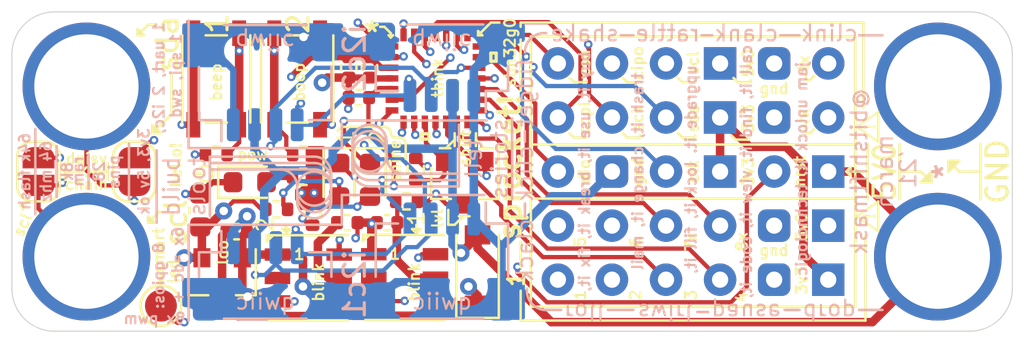
<source format=kicad_pcb>
(kicad_pcb (version 20171130) (host pcbnew 5.1.9)
  (layers (0 F.Cu signal) (1 In1.Cu signal hide) (2 In2.Cu signal hide) (31 B.Cu signal hide) (34 B.Paste user hide) (35 F.Paste user hide) (36 B.SilkS user hide) (37 F.SilkS user) (38 B.Mask user) (39 F.Mask user hide) (44 Edge.Cuts user))
  (net 0 "")
  (net 1 GND)
  (net 2 +3V3)
  (net 3 /~RST)
  (net 4 +5V)
  (net 5 /+5v0-RAW)
  (net 6 "Net-(D2-Pad3)")
  (net 7 "Net-(D2-Pad2)")
  (net 8 /SMARTLED-OUT)
  (net 9 /SMARTLED-5V0)
  (net 10 "Net-(D3-Pad2)")
  (net 11 "Net-(D4-Pad2)")
  (net 12 /LED1)
  (net 13 "Net-(D5-Pad2)")
  (net 14 /LED2)
  (net 15 "Net-(D6-Pad2)")
  (net 16 /UART-RX)
  (net 17 /UART-TX)
  (net 18 /I2C2-SDA)
  (net 19 /I2C2-SCL)
  (net 20 /SPI-SCK)
  (net 21 /SPI-CIPO)
  (net 22 /SPI-COPI)
  (net 23 /~SPI-CS)
  (net 24 /GPIO8)
  (net 25 /GPIO7)
  (net 26 /GPIO6)
  (net 27 /GPIO5)
  (net 28 /GPIO4)
  (net 29 /GPIO3)
  (net 30 /GPIO2)
  (net 31 /GPIO1)
  (net 32 /SWCLK)
  (net 33 /SWDIO)
  (net 34 /I2C1-SCL)
  (net 35 /I2C1-SDA)
  (net 36 /SMARTLED-3V3)
  (net 37 /BUTTON1)
  (net 38 /BUTTON2)
  (module brick-4_9id-6_0od:brick-1x2 (layer F.Cu) (at 144 79)
    (fp_text reference MH2 hide)
    (fp_text value Conn_01x02)
    (pad 2 thru_hole circle (at 0 8) (size 6 6) (drill 4.9) (layers *.Cu *.Mask) (net 5 /+5v0-RAW))
    (pad 1 thru_hole circle (at 0 0) (size 6 6) (drill 4.9) (layers *.Cu *.Mask) (net 1 GND))
  )
  (module TestPoint:TestPoint_Pad_D1.5mm (layer F.Cu) (at 107.5 89.3)
    (fp_text reference TP1 hide)
    (fp_text value TestPoint)
    (pad 1 smd circle (at 0 0) (size 1.5 1.5) (layers F.Cu F.Mask) (net 8 /SMARTLED-OUT))
  )
  (module Jumper:SolderJumper-2_P1.3mm_Open_RoundedPad1.0x1.5mm (layer F.Cu) (at 101.75 83 90)
    (fp_text reference JP4 hide)
    (fp_text value SolderJumper_2_Open)
    (pad 2 smd custom (at 0.65 0 90) (size 1 0.5) (layers F.Cu F.Mask) (net 19 /I2C2-SCL) (options (clearance outline) (anchor rect)) (primitives (gr_circle (center 0 0.25) (end 0.5 0.25) (width 0)) (gr_circle (center 0 -0.25) (end 0.5 -0.25) (width 0)) (gr_poly (pts (xy 0 -0.75) (xy -0.5 -0.75) (xy -0.5 0.75) (xy 0 0.75)) (width 0))))
    (pad 1 smd custom (at -0.65 0 90) (size 1 0.5) (layers F.Cu F.Mask) (net 34 /I2C1-SCL) (options (clearance outline) (anchor rect)) (primitives (gr_circle (center 0 0.25) (end 0.5 0.25) (width 0)) (gr_circle (center 0 -0.25) (end 0.5 -0.25) (width 0)) (gr_poly (pts (xy 0 -0.75) (xy 0.5 -0.75) (xy 0.5 0.75) (xy 0 0.75)) (width 0))))
  )
  (module Jumper:SolderJumper-2_P1.3mm_Open_RoundedPad1.0x1.5mm (layer F.Cu) (at 106.25 83 270)
    (fp_text reference JP3 hide)
    (fp_text value SolderJumper_2_Open)
    (pad 2 smd custom (at 0.65 0 270) (size 1 0.5) (layers F.Cu F.Mask) (net 35 /I2C1-SDA) (options (clearance outline) (anchor rect)) (primitives (gr_circle (center 0 0.25) (end 0.5 0.25) (width 0)) (gr_circle (center 0 -0.25) (end 0.5 -0.25) (width 0)) (gr_poly (pts (xy 0 -0.75) (xy -0.5 -0.75) (xy -0.5 0.75) (xy 0 0.75)) (width 0))))
    (pad 1 smd custom (at -0.65 0 270) (size 1 0.5) (layers F.Cu F.Mask) (net 18 /I2C2-SDA) (options (clearance outline) (anchor rect)) (primitives (gr_circle (center 0 0.25) (end 0.5 0.25) (width 0)) (gr_circle (center 0 -0.25) (end 0.5 -0.25) (width 0)) (gr_poly (pts (xy 0 -0.75) (xy 0.5 -0.75) (xy 0.5 0.75) (xy 0 0.75)) (width 0))))
  )
  (module Connector_JST:JST_SH_SM04B-SRSS-TB_1x04-1MP_P1.00mm_Horizontal (layer B.Cu) (at 120.7 87.225 180)
    (fp_text reference J4 hide)
    (fp_text value Conn_01x04_MountingPin)
    (pad MP smd roundrect (at 2.8 -1.875 180) (size 1.2 1.8) (layers B.Cu B.Paste B.Mask) (roundrect_rratio 0.208333) (net 1 GND))
    (pad MP smd roundrect (at -2.8 -1.875 180) (size 1.2 1.8) (layers B.Cu B.Paste B.Mask) (roundrect_rratio 0.208333) (net 1 GND))
    (pad 4 smd roundrect (at 1.5 2 180) (size 0.6 1.55) (layers B.Cu B.Paste B.Mask) (net 34 /I2C1-SCL))
    (pad 3 smd roundrect (at 0.5 2 180) (size 0.6 1.55) (layers B.Cu B.Paste B.Mask) (net 35 /I2C1-SDA))
    (pad 2 smd roundrect (at -0.5 2 180) (size 0.6 1.55) (layers B.Cu B.Paste B.Mask) (net 5 /+5v0-RAW))
    (pad 1 smd roundrect (at -1.5 2 180) (size 0.6 1.55) (layers B.Cu B.Paste B.Mask) (net 1 GND))
  )
  (module Resistor_SMD:R_0402_1005Metric (layer F.Cu) (at 110.1 82.2 180)
    (fp_text reference R4 hide)
    (fp_text value 1K)
    (pad 2 smd roundrect (at 0.51 0 180) (size 0.54 0.64) (layers F.Cu F.Paste F.Mask) (net 2 +3V3))
    (pad 1 smd roundrect (at -0.51 0 180) (size 0.54 0.64) (layers F.Cu F.Paste F.Mask) (net 37 /BUTTON1))
  )
  (module Resistor_SMD:R_0402_1005Metric (layer F.Cu) (at 114.2 82.2)
    (fp_text reference R5 hide)
    (fp_text value 1K)
    (pad 2 smd roundrect (at 0.51 0) (size 0.54 0.64) (layers F.Cu F.Paste F.Mask) (net 2 +3V3))
    (pad 1 smd roundrect (at -0.51 0) (size 0.54 0.64) (layers F.Cu F.Paste F.Mask) (net 38 /BUTTON2))
  )
  (module Everything:K2-1808SN-A4SW-01 (layer F.Cu) (at 111.5 75.9 270)
    (fp_text reference SW1 hide)
    (fp_text value SW_Push)
    (pad 2 smd rect (at 4.9 2.475 270) (size 1.2 0.65) (layers F.Cu F.Paste F.Mask) (net 1 GND))
    (pad 1 smd rect (at 4.9 0.325 270) (size 1.2 0.65) (layers F.Cu F.Paste F.Mask) (net 37 /BUTTON1))
    (pad 2 smd rect (at 0.6 2.475 270) (size 1.2 0.65) (layers F.Cu F.Paste F.Mask) (net 1 GND))
    (pad 1 smd rect (at 0.6 0.325 270) (size 1.2 0.65) (layers F.Cu F.Paste F.Mask) (net 37 /BUTTON1))
  )
  (module Everything:K2-1808SN-A4SW-01 (layer F.Cu) (at 112.5 81.4 90)
    (fp_text reference SW2 hide)
    (fp_text value SW_Push)
    (pad 2 smd rect (at 4.9 2.475 90) (size 1.2 0.65) (layers F.Cu F.Paste F.Mask) (net 1 GND))
    (pad 1 smd rect (at 4.9 0.325 90) (size 1.2 0.65) (layers F.Cu F.Paste F.Mask) (net 38 /BUTTON2))
    (pad 2 smd rect (at 0.6 2.475 90) (size 1.2 0.65) (layers F.Cu F.Paste F.Mask) (net 1 GND))
    (pad 1 smd rect (at 0.6 0.325 90) (size 1.2 0.65) (layers F.Cu F.Paste F.Mask) (net 38 /BUTTON2))
  )
  (module Everything:TC3838RGB (layer F.Cu) (at 116.475 89.39 180)
    (fp_text reference D2 hide)
    (fp_text value TC3838RGB)
    (fp_text user 1 (at 2.475 2.5) (layer F.SilkS) (effects (font (size 0.5 0.5) (thickness 0.1))))
    (pad 3 smd rect (at 3.5 0.29 180) (size 1.2 0.58) (layers F.Cu F.Paste F.Mask) (net 6 "Net-(D2-Pad3)"))
    (pad 2 smd rect (at 3.5 1.39 180) (size 1.2 0.58) (layers F.Cu F.Paste F.Mask) (net 7 "Net-(D2-Pad2)"))
    (pad 6 smd rect (at 0.6 2.49 180) (size 1.2 0.58) (layers F.Cu F.Paste F.Mask) (net 8 /SMARTLED-OUT))
    (pad 5 smd rect (at 0.6 1.39 180) (size 1.2 0.58) (layers F.Cu F.Paste F.Mask) (net 4 +5V))
    (pad 4 smd rect (at 0.6 0.29 180) (size 1.2 0.58) (layers F.Cu F.Paste F.Mask) (net 4 +5V))
    (pad 1 smd rect (at 3.5 2.49 180) (size 1.2 0.58) (layers F.Cu F.Paste F.Mask) (net 1 GND))
  )
  (module Everything:TC3838RGB (layer F.Cu) (at 121 89.375 180)
    (fp_text reference D3 hide)
    (fp_text value TC3838RGB)
    (fp_text user 1 (at 2.5 2.5) (layer F.SilkS) (effects (font (size 0.5 0.5) (thickness 0.1))))
    (pad 3 smd rect (at 3.5 0.29 180) (size 1.2 0.58) (layers F.Cu F.Paste F.Mask) (net 9 /SMARTLED-5V0))
    (pad 2 smd rect (at 3.5 1.39 180) (size 1.2 0.58) (layers F.Cu F.Paste F.Mask) (net 10 "Net-(D3-Pad2)"))
    (pad 6 smd rect (at 0.6 2.49 180) (size 1.2 0.58) (layers F.Cu F.Paste F.Mask) (net 6 "Net-(D2-Pad3)"))
    (pad 5 smd rect (at 0.6 1.39 180) (size 1.2 0.58) (layers F.Cu F.Paste F.Mask) (net 4 +5V))
    (pad 4 smd rect (at 0.6 0.29 180) (size 1.2 0.58) (layers F.Cu F.Paste F.Mask) (net 4 +5V))
    (pad 1 smd rect (at 3.5 2.49 180) (size 1.2 0.58) (layers F.Cu F.Paste F.Mask) (net 1 GND))
  )
  (module Everything:sprocket-pins (layer F.Cu) (at 123.61 90.62 90)
    (fp_text reference J1 hide)
    (fp_text value SPROCKET-CONN)
    (pad 30 thru_hole circle (at 12.7 15.24 90) (size 1.524 1.524) (drill 0.762) (layers *.Cu *.Mask) (net 17 /UART-TX))
    (pad 29 thru_hole roundrect (at 12.7 12.7 90) (size 1.524 1.524) (drill 0.762) (layers *.Cu *.Mask) (net 1 GND))
    (pad 28 thru_hole rect (at 12.7 10.16 90) (size 1.524 1.524) (drill 0.762) (layers *.Cu *.Mask) (net 4 +5V))
    (pad 27 thru_hole circle (at 12.7 7.62 90) (size 1.524 1.524) (drill 0.762) (layers *.Cu *.Mask) (net 19 /I2C2-SCL))
    (pad 26 thru_hole circle (at 12.7 5.08 90) (size 1.524 1.524) (drill 0.762) (layers *.Cu *.Mask) (net 21 /SPI-CIPO))
    (pad 25 thru_hole circle (at 12.7 2.54 90) (size 1.524 1.524) (drill 0.762) (layers *.Cu *.Mask) (net 23 /~SPI-CS))
    (pad 24 thru_hole circle (at 10.16 15.24 90) (size 1.524 1.524) (drill 0.762) (layers *.Cu *.Mask) (net 16 /UART-RX))
    (pad 23 thru_hole roundrect (at 10.16 12.7 90) (size 1.524 1.524) (drill 0.762) (layers *.Cu *.Mask) (net 1 GND))
    (pad 22 thru_hole rect (at 10.16 10.16 90) (size 1.524 1.524) (drill 0.762) (layers *.Cu *.Mask) (net 2 +3V3))
    (pad 21 thru_hole circle (at 10.16 7.62 90) (size 1.524 1.524) (drill 0.762) (layers *.Cu *.Mask) (net 18 /I2C2-SDA))
    (pad 20 thru_hole circle (at 10.16 5.08 90) (size 1.524 1.524) (drill 0.762) (layers *.Cu *.Mask) (net 20 /SPI-SCK))
    (pad 19 thru_hole circle (at 10.16 2.54 90) (size 1.524 1.524) (drill 0.762) (layers *.Cu *.Mask) (net 22 /SPI-COPI))
    (pad 18 thru_hole rect (at 7.62 15.24 90) (size 1.524 1.524) (drill 0.762) (layers *.Cu *.Mask) (net 5 /+5v0-RAW))
    (pad 17 thru_hole circle (at 7.62 12.7 90) (size 1.524 1.524) (drill 0.762) (layers *.Cu *.Mask) (net 3 /~RST))
    (pad 16 thru_hole rect (at 7.62 10.16 90) (size 1.524 1.524) (drill 0.762) (layers *.Cu *.Mask) (net 2 +3V3))
    (pad 15 thru_hole circle (at 7.62 7.62 90) (size 1.524 1.524) (drill 0.762) (layers *.Cu *.Mask) (net 32 /SWCLK))
    (pad 14 thru_hole roundrect (at 7.62 5.08 90) (size 1.524 1.524) (drill 0.762) (layers *.Cu *.Mask) (net 1 GND))
    (pad 13 thru_hole circle (at 7.62 2.54 90) (size 1.524 1.524) (drill 0.762) (layers *.Cu *.Mask) (net 33 /SWDIO))
    (pad 12 thru_hole rect (at 5.08 15.24 90) (size 1.524 1.524) (drill 0.762) (layers *.Cu *.Mask) (net 4 +5V))
    (pad 11 thru_hole roundrect (at 5.08 12.7 90) (size 1.524 1.524) (drill 0.762) (layers *.Cu *.Mask) (net 1 GND))
    (pad 10 thru_hole circle (at 5.08 10.16 90) (size 1.524 1.524) (drill 0.762) (layers *.Cu *.Mask) (net 24 /GPIO8))
    (pad 9 thru_hole circle (at 5.08 7.62 90) (size 1.524 1.524) (drill 0.762) (layers *.Cu *.Mask) (net 25 /GPIO7))
    (pad 8 thru_hole circle (at 5.08 5.08 90) (size 1.524 1.524) (drill 0.762) (layers *.Cu *.Mask) (net 26 /GPIO6))
    (pad 7 thru_hole circle (at 5.08 2.54 90) (size 1.524 1.524) (drill 0.762) (layers *.Cu *.Mask) (net 27 /GPIO5))
    (pad 6 thru_hole rect (at 2.54 15.24 90) (size 1.524 1.524) (drill 0.762) (layers *.Cu *.Mask) (net 2 +3V3))
    (pad 5 thru_hole roundrect (at 2.54 12.7 90) (size 1.524 1.524) (drill 0.762) (layers *.Cu *.Mask) (net 1 GND))
    (pad 4 thru_hole circle (at 2.54 10.16 90) (size 1.524 1.524) (drill 0.762) (layers *.Cu *.Mask) (net 28 /GPIO4))
    (pad 3 thru_hole circle (at 2.54 7.62 90) (size 1.524 1.524) (drill 0.762) (layers *.Cu *.Mask) (net 29 /GPIO3))
    (pad 2 thru_hole circle (at 2.54 5.08 90) (size 1.524 1.524) (drill 0.762) (layers *.Cu *.Mask) (net 30 /GPIO2))
    (pad 1 thru_hole circle (at 2.54 2.54 90) (size 1.524 1.524) (drill 0.762) (layers *.Cu *.Mask) (net 31 /GPIO1))
  )
  (module Package_TO_SOT_SMD:SOT-23 (layer F.Cu) (at 110.375 88.05 270)
    (fp_text reference U2 hide)
    (fp_text value AP2210N-3.3TRG1)
    (pad 3 smd rect (at 1 0 270) (size 0.9 0.8) (layers F.Cu F.Paste F.Mask) (net 4 +5V))
    (pad 2 smd rect (at -1 0.95 270) (size 0.9 0.8) (layers F.Cu F.Paste F.Mask) (net 2 +3V3))
    (pad 1 smd rect (at -1 -0.95 270) (size 0.9 0.8) (layers F.Cu F.Paste F.Mask) (net 1 GND))
  )
  (module footprints:STM32G031G8U6 (layer F.Cu) (at 120.4 78.625)
    (fp_text reference U1 hide)
    (fp_text value STM32G031G8U6 hide)
    (fp_text user * (at -2.979674 -2.13233) (layer F.SilkS))
    (fp_text user * (at -2.979674 -2.13233) (layer F.SilkS))
    (pad 28 smd rect (at -1.50114 -2.0447) (size 0.299974 0.599948) (layers F.Cu F.Paste F.Mask) (net 14 /LED2))
    (pad 27 smd rect (at -1.00076 -2.0447) (size 0.299974 0.599948) (layers F.Cu F.Paste F.Mask) (net 35 /I2C1-SDA))
    (pad 26 smd rect (at -0.50038 -2.0447) (size 0.299974 0.599948) (layers F.Cu F.Paste F.Mask) (net 34 /I2C1-SCL))
    (pad 25 smd rect (at 0 -2.0447) (size 0.299974 0.599948) (layers F.Cu F.Paste F.Mask) (net 22 /SPI-COPI))
    (pad 24 smd rect (at 0.50038 -2.0447) (size 0.299974 0.599948) (layers F.Cu F.Paste F.Mask) (net 21 /SPI-CIPO))
    (pad 23 smd rect (at 1.00076 -2.0447) (size 0.299974 0.599948) (layers F.Cu F.Paste F.Mask) (net 20 /SPI-SCK))
    (pad 22 smd rect (at 1.50114 -2.0447) (size 0.299974 0.599948) (layers F.Cu F.Paste F.Mask) (net 23 /~SPI-CS))
    (pad 21 smd rect (at 2.0447 -1.50114 90) (size 0.299974 0.599948) (layers F.Cu F.Paste F.Mask) (net 32 /SWCLK))
    (pad 20 smd rect (at 2.0447 -1.00076 90) (size 0.299974 0.599948) (layers F.Cu F.Paste F.Mask) (net 33 /SWDIO))
    (pad 19 smd rect (at 2.0447 -0.50038 90) (size 0.299974 0.599948) (layers F.Cu F.Paste F.Mask) (net 18 /I2C2-SDA))
    (pad 18 smd rect (at 2.0447 0 90) (size 0.299974 0.599948) (layers F.Cu F.Paste F.Mask) (net 19 /I2C2-SCL))
    (pad 17 smd rect (at 2.0447 0.50038 90) (size 0.299974 0.599948) (layers F.Cu F.Paste F.Mask) (net 24 /GPIO8))
    (pad 16 smd rect (at 2.0447 1.00076 90) (size 0.299974 0.599948) (layers F.Cu F.Paste F.Mask) (net 25 /GPIO7))
    (pad 15 smd rect (at 2.0447 1.50114 90) (size 0.299974 0.599948) (layers F.Cu F.Paste F.Mask) (net 26 /GPIO6))
    (pad 14 smd rect (at 1.50114 2.0447) (size 0.299974 0.599948) (layers F.Cu F.Paste F.Mask) (net 27 /GPIO5))
    (pad 13 smd rect (at 1.00076 2.0447) (size 0.299974 0.599948) (layers F.Cu F.Paste F.Mask) (net 28 /GPIO4))
    (pad 12 smd rect (at 0.50038 2.0447) (size 0.299974 0.599948) (layers F.Cu F.Paste F.Mask) (net 29 /GPIO3))
    (pad 11 smd rect (at 0 2.0447) (size 0.299974 0.599948) (layers F.Cu F.Paste F.Mask) (net 30 /GPIO2))
    (pad 10 smd rect (at -0.50038 2.0447) (size 0.299974 0.599948) (layers F.Cu F.Paste F.Mask) (net 36 /SMARTLED-3V3))
    (pad 9 smd rect (at -1.00076 2.0447) (size 0.299974 0.599948) (layers F.Cu F.Paste F.Mask) (net 16 /UART-RX))
    (pad 8 smd rect (at -1.50114 2.0447) (size 0.299974 0.599948) (layers F.Cu F.Paste F.Mask) (net 17 /UART-TX))
    (pad 7 smd rect (at -2.0447 1.50114 90) (size 0.299974 0.599948) (layers F.Cu F.Paste F.Mask) (net 31 /GPIO1))
    (pad 6 smd rect (at -2.0447 1.00076 90) (size 0.299974 0.599948) (layers F.Cu F.Paste F.Mask) (net 12 /LED1))
    (pad 5 smd rect (at -2.0447 0.50038 90) (size 0.299974 0.599948) (layers F.Cu F.Paste F.Mask) (net 3 /~RST))
    (pad 4 smd rect (at -2.0447 0 90) (size 0.299974 0.599948) (layers F.Cu F.Paste F.Mask) (net 1 GND))
    (pad 3 smd rect (at -2.0447 -0.50038 90) (size 0.299974 0.599948) (layers F.Cu F.Paste F.Mask) (net 2 +3V3))
    (pad 2 smd rect (at -2.0447 -1.00076 90) (size 0.299974 0.599948) (layers F.Cu F.Paste F.Mask) (net 38 /BUTTON2))
    (pad 1 smd rect (at -2.0447 -1.50114 90) (size 0.299974 0.599948) (layers F.Cu F.Paste F.Mask) (net 37 /BUTTON1))
  )
  (module Resistor_SMD:R_0402_1005Metric (layer F.Cu) (at 114.19 83.25)
    (fp_text reference R8 hide)
    (fp_text value 1K)
    (pad 2 smd roundrect (at 0.51 0) (size 0.54 0.64) (layers F.Cu F.Paste F.Mask) (net 2 +3V3))
    (pad 1 smd roundrect (at -0.51 0) (size 0.54 0.64) (layers F.Cu F.Paste F.Mask) (net 15 "Net-(D6-Pad2)"))
  )
  (module Resistor_SMD:R_0402_1005Metric (layer F.Cu) (at 114.625 85.01 90)
    (fp_text reference R7 hide)
    (fp_text value 1K)
    (pad 2 smd roundrect (at 0.51 0 90) (size 0.54 0.64) (layers F.Cu F.Paste F.Mask) (net 2 +3V3))
    (pad 1 smd roundrect (at -0.51 0 90) (size 0.54 0.64) (layers F.Cu F.Paste F.Mask) (net 13 "Net-(D5-Pad2)"))
  )
  (module Resistor_SMD:R_0402_1005Metric (layer F.Cu) (at 112.94 84.775 180)
    (fp_text reference R6 hide)
    (fp_text value 1K)
    (pad 2 smd roundrect (at 0.51 0 180) (size 0.54 0.64) (layers F.Cu F.Paste F.Mask) (net 2 +3V3))
    (pad 1 smd roundrect (at -0.51 0 180) (size 0.54 0.64) (layers F.Cu F.Paste F.Mask) (net 11 "Net-(D4-Pad2)"))
  )
  (module Resistor_SMD:R_0402_1005Metric (layer F.Cu) (at 119.04 84.4)
    (fp_text reference R3 hide)
    (fp_text value 10K)
    (pad 2 smd roundrect (at 0.51 0) (size 0.54 0.64) (layers F.Cu F.Paste F.Mask) (net 9 /SMARTLED-5V0))
    (pad 1 smd roundrect (at -0.51 0) (size 0.54 0.64) (layers F.Cu F.Paste F.Mask) (net 4 +5V))
  )
  (module Resistor_SMD:R_0402_1005Metric (layer F.Cu) (at 119.475 82.89 270)
    (fp_text reference R2 hide)
    (fp_text value 10K)
    (pad 2 smd roundrect (at 0.51 0 270) (size 0.54 0.64) (layers F.Cu F.Paste F.Mask) (net 36 /SMARTLED-3V3))
    (pad 1 smd roundrect (at -0.51 0 270) (size 0.54 0.64) (layers F.Cu F.Paste F.Mask) (net 2 +3V3))
  )
  (module Package_TO_SOT_SMD:SOT-23 (layer F.Cu) (at 121.775 83.525 270)
    (fp_text reference Q1 hide)
    (fp_text value NX7002BKR)
    (pad 3 smd rect (at 1 0 270) (size 0.9 0.8) (layers F.Cu F.Paste F.Mask) (net 9 /SMARTLED-5V0))
    (pad 2 smd rect (at -1 0.95 270) (size 0.9 0.8) (layers F.Cu F.Paste F.Mask) (net 36 /SMARTLED-3V3))
    (pad 1 smd rect (at -1 -0.95 270) (size 0.9 0.8) (layers F.Cu F.Paste F.Mask) (net 2 +3V3))
  )
  (module brick-4_9id-6_0od:brick-1x2 (layer F.Cu) (at 104 79)
    (fp_text reference MH1 hide)
    (fp_text value Conn_01x02)
    (pad 1 thru_hole circle (at 0 0) (size 6 6) (drill 4.9) (layers *.Cu *.Mask) (net 35 /I2C1-SDA))
    (pad 2 thru_hole circle (at 0 8) (size 6 6) (drill 4.9) (layers *.Cu *.Mask) (net 34 /I2C1-SCL))
  )
  (module Connector_JST:JST_SH_BM04B-SRSS-TB_1x04-1MP_P1.00mm_Vertical (layer B.Cu) (at 120.7 78.1 180)
    (fp_text reference J7 hide)
    (fp_text value Conn_01x04_MountingPin)
    (pad MP smd roundrect (at 2.8 1.2 180) (size 1.2 1.8) (layers B.Cu B.Paste B.Mask) (roundrect_rratio 0.208333) (net 1 GND))
    (pad MP smd roundrect (at -2.8 1.2 180) (size 1.2 1.8) (layers B.Cu B.Paste B.Mask) (roundrect_rratio 0.208333) (net 1 GND))
    (pad 4 smd roundrect (at 1.5 -1.325 180) (size 0.6 1.55) (layers B.Cu B.Paste B.Mask) (net 19 /I2C2-SCL))
    (pad 3 smd roundrect (at 0.5 -1.325 180) (size 0.6 1.55) (layers B.Cu B.Paste B.Mask) (net 18 /I2C2-SDA))
    (pad 2 smd roundrect (at -0.5 -1.325 180) (size 0.6 1.55) (layers B.Cu B.Paste B.Mask) (net 5 /+5v0-RAW))
    (pad 1 smd roundrect (at -1.5 -1.325 180) (size 0.6 1.55) (layers B.Cu B.Paste B.Mask) (net 1 GND))
  )
  (module Connector_JST:JST_SH_SM04B-SRSS-TB_1x04-1MP_P1.00mm_Horizontal (layer B.Cu) (at 112.4 78.8)
    (fp_text reference J6 hide)
    (fp_text value Conn_01x04_MountingPin)
    (pad MP smd roundrect (at 2.8 -1.875) (size 1.2 1.8) (layers B.Cu B.Paste B.Mask) (roundrect_rratio 0.208333) (net 1 GND))
    (pad MP smd roundrect (at -2.8 -1.875) (size 1.2 1.8) (layers B.Cu B.Paste B.Mask) (roundrect_rratio 0.208333) (net 1 GND))
    (pad 4 smd roundrect (at 1.5 2) (size 0.6 1.55) (layers B.Cu B.Paste B.Mask) (net 19 /I2C2-SCL))
    (pad 3 smd roundrect (at 0.5 2) (size 0.6 1.55) (layers B.Cu B.Paste B.Mask) (net 18 /I2C2-SDA))
    (pad 2 smd roundrect (at -0.5 2) (size 0.6 1.55) (layers B.Cu B.Paste B.Mask) (net 5 /+5v0-RAW))
    (pad 1 smd roundrect (at -1.5 2) (size 0.6 1.55) (layers B.Cu B.Paste B.Mask) (net 1 GND))
  )
  (module Connector_JST:JST_SH_BM04B-SRSS-TB_1x04-1MP_P1.00mm_Vertical (layer B.Cu) (at 112.4 87.9)
    (fp_text reference J5 hide)
    (fp_text value Conn_01x04_MountingPin)
    (pad MP smd roundrect (at 2.8 1.2) (size 1.2 1.8) (layers B.Cu B.Paste B.Mask) (roundrect_rratio 0.208333) (net 1 GND))
    (pad MP smd roundrect (at -2.8 1.2) (size 1.2 1.8) (layers B.Cu B.Paste B.Mask) (roundrect_rratio 0.208333) (net 1 GND))
    (pad 4 smd roundrect (at 1.5 -1.325) (size 0.6 1.55) (layers B.Cu B.Paste B.Mask) (net 34 /I2C1-SCL))
    (pad 3 smd roundrect (at 0.5 -1.325) (size 0.6 1.55) (layers B.Cu B.Paste B.Mask) (net 35 /I2C1-SDA))
    (pad 2 smd roundrect (at -0.5 -1.325) (size 0.6 1.55) (layers B.Cu B.Paste B.Mask) (net 5 /+5v0-RAW))
    (pad 1 smd roundrect (at -1.5 -1.325) (size 0.6 1.55) (layers B.Cu B.Paste B.Mask) (net 1 GND))
  )
  (module Diode_SMD:D_0603_1608Metric (layer F.Cu) (at 111.675 83.5)
    (fp_text reference D6 hide)
    (fp_text value LED)
    (pad 2 smd roundrect (at 0.7875 0) (size 0.875 0.95) (layers F.Cu F.Paste F.Mask) (net 15 "Net-(D6-Pad2)"))
    (pad 1 smd roundrect (at -0.7875 0) (size 0.875 0.95) (layers F.Cu F.Paste F.Mask) (net 1 GND))
  )
  (module Diode_SMD:D_0603_1608Metric (layer F.Cu) (at 117.325 83.3875 270)
    (fp_text reference D5 hide)
    (fp_text value LED)
    (pad 2 smd roundrect (at 0.7875 0 270) (size 0.875 0.95) (layers F.Cu F.Paste F.Mask) (net 13 "Net-(D5-Pad2)"))
    (pad 1 smd roundrect (at -0.7875 0 270) (size 0.875 0.95) (layers F.Cu F.Paste F.Mask) (net 14 /LED2))
  )
  (module Diode_SMD:D_0603_1608Metric (layer F.Cu) (at 115.875 83.3875 270)
    (fp_text reference D4 hide)
    (fp_text value LED)
    (pad 2 smd roundrect (at 0.7875 0 270) (size 0.875 0.95) (layers F.Cu F.Paste F.Mask) (net 11 "Net-(D4-Pad2)"))
    (pad 1 smd roundrect (at -0.7875 0 270) (size 0.875 0.95) (layers F.Cu F.Paste F.Mask) (net 12 /LED1))
  )
  (module Diode_SMD:D_SOD-123 (layer F.Cu) (at 122.375 87.625 90)
    (fp_text reference D1 hide)
    (fp_text value B5819W)
    (pad 2 smd rect (at 1.65 0 90) (size 0.9 1.2) (layers F.Cu F.Paste F.Mask) (net 5 /+5v0-RAW))
    (pad 1 smd rect (at -1.65 0 90) (size 0.9 1.2) (layers F.Cu F.Paste F.Mask) (net 4 +5V))
  )
  (module Capacitor_SMD:C_0402_1005Metric (layer F.Cu) (at 116.255 85.4)
    (fp_text reference C7 hide)
    (fp_text value 1uF)
    (pad 2 smd roundrect (at 0.48 0) (size 0.56 0.62) (layers F.Cu F.Paste F.Mask) (net 1 GND))
    (pad 1 smd roundrect (at -0.48 0) (size 0.56 0.62) (layers F.Cu F.Paste F.Mask) (net 4 +5V))
  )
  (module Capacitor_SMD:C_0402_1005Metric (layer F.Cu) (at 118.125 85.4 180)
    (fp_text reference C6 hide)
    (fp_text value 1uF)
    (pad 2 smd roundrect (at 0.48 0 180) (size 0.56 0.62) (layers F.Cu F.Paste F.Mask) (net 1 GND))
    (pad 1 smd roundrect (at -0.48 0 180) (size 0.56 0.62) (layers F.Cu F.Paste F.Mask) (net 4 +5V))
  )
  (module Capacitor_SMD:C_0603_1608Metric (layer F.Cu) (at 109.35 84.825 90)
    (fp_text reference C5 hide)
    (fp_text value 2.2uF)
    (pad 2 smd roundrect (at 0.775 0 90) (size 0.9 0.95) (layers F.Cu F.Paste F.Mask) (net 1 GND))
    (pad 1 smd roundrect (at -0.775 0 90) (size 0.9 0.95) (layers F.Cu F.Paste F.Mask) (net 2 +3V3))
  )
  (module Capacitor_SMD:C_0402_1005Metric (layer F.Cu) (at 111.055 85.825)
    (fp_text reference C4 hide)
    (fp_text value 1uF)
    (pad 2 smd roundrect (at 0.48 0) (size 0.56 0.62) (layers F.Cu F.Paste F.Mask) (net 1 GND))
    (pad 1 smd roundrect (at -0.48 0) (size 0.56 0.62) (layers F.Cu F.Paste F.Mask) (net 4 +5V))
  )
  (module Capacitor_SMD:C_0402_1005Metric (layer F.Cu) (at 117.3 78.105 270)
    (fp_text reference C3 hide)
    (fp_text value 4.7uF)
    (pad 2 smd roundrect (at 0.48 0 270) (size 0.56 0.62) (layers F.Cu F.Paste F.Mask) (net 1 GND))
    (pad 1 smd roundrect (at -0.48 0 270) (size 0.56 0.62) (layers F.Cu F.Paste F.Mask) (net 2 +3V3))
  )
  (module Capacitor_SMD:C_0402_1005Metric (layer F.Cu) (at 116.8 79.525 180)
    (fp_text reference C2 hide)
    (fp_text value 100nF)
    (pad 2 smd roundrect (at 0.48 0 180) (size 0.56 0.62) (layers F.Cu F.Paste F.Mask) (net 1 GND))
    (pad 1 smd roundrect (at -0.48 0 180) (size 0.56 0.62) (layers F.Cu F.Paste F.Mask) (net 3 /~RST))
  )
  (module Capacitor_SMD:C_0402_1005Metric (layer F.Cu) (at 116.325 78.105 270)
    (fp_text reference C1 hide)
    (fp_text value 100nF)
    (pad 2 smd roundrect (at 0.48 0 270) (size 0.56 0.62) (layers F.Cu F.Paste F.Mask) (net 1 GND))
    (pad 1 smd roundrect (at -0.48 0 270) (size 0.56 0.62) (layers F.Cu F.Paste F.Mask) (net 2 +3V3))
  )
  (gr_line (start 124.4 87.5) (end 124.4 86.3) (layer F.SilkS) (width 0.12))
  (gr_line (start 140.5 76) (end 140.5 80) (layer F.SilkS) (width 0.12))
  (gr_line (start 140.6 90) (end 140.6 86) (layer F.SilkS) (width 0.12))
  (gr_line (start 124.4 76.8) (end 124.4 79.2) (layer F.SilkS) (width 0.12))
  (gr_line (start 124.4 76) (end 124.4 76.2) (layer F.SilkS) (width 0.12))
  (gr_line (start 124.4 90) (end 124.4 88.6) (layer F.SilkS) (width 0.12))
  (gr_line (start 124.4 76) (end 140.5 76) (layer F.SilkS) (width 0.12))
  (gr_line (start 124.4 90) (end 140.6 90) (layer F.SilkS) (width 0.12))
  (gr_line (start 109.5 83.1) (end 109.1 83.1) (layer F.SilkS) (width 0.12))
  (gr_arc (start 109.6 83.1) (end 109.300001 83.3) (angle -292.6196887) (layer F.SilkS) (width 0.12))
  (gr_line (start 119.7 85.7) (end 119.5 85.9) (layer F.SilkS) (width 0.12))
  (gr_line (start 119.3 85.7) (end 119.7 85.7) (layer F.SilkS) (width 0.12))
  (gr_line (start 119.5 85.9) (end 119.3 85.7) (layer F.SilkS) (width 0.12))
  (gr_line (start 113.6 85.7) (end 113.4 85.9) (layer F.SilkS) (width 0.12))
  (gr_line (start 113.2 85.7) (end 113.6 85.7) (layer F.SilkS) (width 0.12))
  (gr_line (start 113.4 85.9) (end 113.2 85.7) (layer F.SilkS) (width 0.12))
  (gr_text * (at 144.3 83 90) (layer B.SilkS) (effects (font (size 1 1)) (justify mirror)))
  (gr_text "8x pwm" (at 107.2 89.9) (layer B.SilkS) (effects (font (size 0.5 0.5) (thickness 0.1)) (justify mirror)))
  (gr_text "6x adc +" (at 108.3 87.4 90) (layer B.SilkS) (effects (font (size 0.5 0.5) (thickness 0.1)) (justify mirror)))
  (gr_text "8 gpios:" (at 107.4 87.9 90) (layer B.SilkS) (effects (font (size 0.5 0.5) (thickness 0.1)) (justify mirror)))
  (gr_text "1 spi, swd" (at 108.2 78.5 90) (layer B.SilkS) (effects (font (size 0.5 0.5) (thickness 0.1)) (justify mirror)))
  (gr_text "1 uart, 2 i2c," (at 107.4 78.6 90) (layer B.SilkS) (effects (font (size 0.5 0.5) (thickness 0.1)) (justify mirror)))
  (gr_text "3v3, 5v ok" (at 106.7 83 90) (layer B.SilkS) (effects (font (size 0.5 0.5) (thickness 0.1)) (justify mirror)))
  (gr_line (start 106 81.7) (end 106 84.3) (layer B.SilkS) (width 0.12))
  (gr_line (start 104.1 82.2) (end 104.1 83.8) (layer B.SilkS) (width 0.12))
  (gr_line (start 102.6 81.8) (end 102.6 84.2) (layer B.SilkS) (width 0.12))
  (gr_line (start 101.6 81) (end 101.6 85) (layer B.SilkS) (width 0.12))
  (gr_text pins (at 105.3 83 90) (layer B.SilkS) (effects (font (size 0.5 0.5) (thickness 0.1)) (justify mirror)))
  (gr_text 28 (at 104.6 83 90) (layer B.SilkS) (effects (font (size 0.5 0.5) (thickness 0.1)) (justify mirror)))
  (gr_text ram (at 103.6 83 90) (layer B.SilkS) (effects (font (size 0.5 0.5) (thickness 0.1)) (justify mirror)))
  (gr_text 8k (at 103.1 83 90) (layer B.SilkS) (effects (font (size 0.5 0.5) (thickness 0.1)) (justify mirror)))
  (gr_text "64k flash" (at 101.1 83 90) (layer B.SilkS) (effects (font (size 0.5 0.5) (thickness 0.1)) (justify mirror)))
  (gr_text "64 mhz" (at 102.1 83 90) (layer B.SilkS) (effects (font (size 0.5 0.5) (thickness 0.1)) (justify mirror)))
  (gr_text "jam unlock it. technologic." (at 137.6 83 90) (layer B.SilkS) (effects (font (size 0.5 0.5) (thickness 0.1)) (justify mirror)))
  (gr_text "call it, find it, view it, code it," (at 135 83 90) (layer B.SilkS) (effects (font (size 0.5 0.5) (thickness 0.1)) (justify mirror)))
  (gr_text "upgrade it. lock it, fill it," (at 132.4 82.9 90) (layer B.SilkS) (effects (font (size 0.5 0.5) (thickness 0.1)) (justify mirror)))
  (gr_text "trash it, change it, mail" (at 129.9 83 90) (layer B.SilkS) (effects (font (size 0.5 0.5) (thickness 0.1)) (justify mirror)))
  (gr_text "buy it, use it, break it, fix it," (at 127.4 83 90) (layer B.SilkS) (effects (font (size 0.5 0.5) (thickness 0.1)) (justify mirror)))
  (gr_line (start 141.2 80.2) (end 140.2 80.9) (layer F.SilkS) (width 0.1))
  (gr_line (start 140.2 80.9) (end 141.2 81.6) (layer F.SilkS) (width 0.1))
  (gr_line (start 141.2 81.6) (end 141.2 80.2) (layer F.SilkS) (width 0.11))
  (gr_text ! (at 140.8 80.9 90) (layer F.SilkS) (effects (font (size 0.5 0.5) (thickness 0.1))))
  (gr_text ! (at 140.8 85.1 90) (layer F.SilkS) (effects (font (size 0.5 0.5) (thickness 0.1))))
  (gr_line (start 140.2 85.1) (end 141.2 85.8) (layer F.SilkS) (width 0.1))
  (gr_line (start 141.2 84.4) (end 140.2 85.1) (layer F.SilkS) (width 0.1))
  (gr_line (start 141.2 85.8) (end 141.2 84.4) (layer F.SilkS) (width 0.11))
  (gr_text hello! (at 108.2 82.7 90) (layer F.SilkS) (effects (font (size 0.5 0.5) (thickness 0.1))))
  (gr_arc (start 113.2 85.7) (end 113.4 85.7) (angle -90) (layer F.SilkS) (width 0.12))
  (gr_line (start 101 84.5) (end 101 84.8) (layer F.SilkS) (width 0.12))
  (gr_line (start 101.1 84.6) (end 101 84.5) (layer F.SilkS) (width 0.12))
  (gr_line (start 100.9 84.6) (end 101.1 84.6) (layer F.SilkS) (width 0.12))
  (gr_line (start 101 84.5) (end 100.9 84.6) (layer F.SilkS) (width 0.12))
  (gr_text scl (at 101 85.5 65) (layer F.SilkS) (effects (font (size 0.5 0.5) (thickness 0.1))))
  (gr_line (start 106.9 85.2) (end 107.1 85.4) (layer F.SilkS) (width 0.12))
  (gr_line (start 107.2 85.4) (end 106.9 85.4) (layer F.SilkS) (width 0.12))
  (gr_line (start 106.9 85.1) (end 107.2 85.4) (layer F.SilkS) (width 0.12))
  (gr_line (start 106.9 85.4) (end 106.9 85.1) (layer F.SilkS) (width 0.12))
  (gr_line (start 107.4 84.9) (end 106.9 85.4) (layer F.SilkS) (width 0.12))
  (gr_line (start 107.8 84.9) (end 107.4 84.9) (layer F.SilkS) (width 0.12))
  (gr_line (start 107.6 88.1) (end 107.5 88.2) (layer F.SilkS) (width 0.12))
  (gr_line (start 107.4 88.1) (end 107.6 88.1) (layer F.SilkS) (width 0.12))
  (gr_line (start 107.5 88.2) (end 107.4 88.1) (layer F.SilkS) (width 0.12))
  (gr_line (start 107.5 87.8) (end 107.5 88.2) (layer F.SilkS) (width 0.12))
  (gr_text led (at 108.1 87.7 90) (layer F.SilkS) (effects (font (size 0.5 0.5) (thickness 0.1))))
  (gr_text smart (at 107.4 86.7 90) (layer F.SilkS) (effects (font (size 0.5 0.5) (thickness 0.1))))
  (gr_text qwiic (at 112.4 89.1) (layer B.SilkS) (effects (font (size 0.75 0.75) (thickness 0.1)) (justify mirror)))
  (gr_text qwiic (at 120.7 89.1) (layer B.SilkS) (effects (font (size 0.75 0.75) (thickness 0.1)) (justify mirror)))
  (gr_text qwiic (at 120.7 76.9 180) (layer B.SilkS) (effects (font (size 0.75 0.75) (thickness 0.1)) (justify mirror)))
  (gr_text qwiic (at 112.4 76.9 180) (layer B.SilkS) (effects (font (size 0.75 0.75) (thickness 0.1)) (justify mirror)))
  (gr_line (start 121 85.5) (end 121 84.8) (layer F.SilkS) (width 0.12))
  (gr_line (start 121.3 85.5) (end 121 85.5) (layer F.SilkS) (width 0.12))
  (gr_line (start 121.7 85.1) (end 121.3 85.5) (layer F.SilkS) (width 0.12))
  (gr_line (start 121.5 85.1) (end 122 85.1) (layer F.SilkS) (width 0.12))
  (gr_line (start 122.5 81.9) (end 123.1 81.9) (layer F.SilkS) (width 0.12))
  (gr_line (start 122.3 81.5) (end 122.7 81.9) (layer F.SilkS) (width 0.12))
  (gr_line (start 122.3 81.2) (end 122.3 81.8) (layer F.SilkS) (width 0.12))
  (gr_line (start 120.9 81.9) (end 121.1 81.9) (layer F.SilkS) (width 0.12))
  (gr_line (start 120.9 81.9) (end 120.6 81.9) (layer F.SilkS) (width 0.12))
  (gr_line (start 121.3 81.5) (end 120.9 81.9) (layer F.SilkS) (width 0.12))
  (gr_line (start 121.3 81.8) (end 121.3 81.2) (layer F.SilkS) (width 0.12))
  (gr_text shift (at 121.8 81.9 90) (layer F.SilkS) (effects (font (size 0.5 0.5) (thickness 0.1))))
  (gr_line (start 122.6 76.6) (end 122.4 76.6) (layer F.SilkS) (width 0.12))
  (gr_line (start 122.4 76.4) (end 122.6 76.6) (layer F.SilkS) (width 0.12))
  (gr_line (start 122.4 76.6) (end 122.4 76.4) (layer F.SilkS) (width 0.12))
  (gr_line (start 123 76) (end 122.4 76.6) (layer F.SilkS) (width 0.12))
  (gr_line (start 123.4 76) (end 123 76) (layer F.SilkS) (width 0.12))
  (gr_text stm32g0 (at 123.9 77.4 90) (layer F.SilkS) (effects (font (size 0.5 0.5) (thickness 0.1))))
  (gr_line (start 118.5 81.4) (end 118.7 81.4) (layer F.SilkS) (width 0.12))
  (gr_arc (start 118.5 81.2) (end 118.3 81.2) (angle -90) (layer F.SilkS) (width 0.12))
  (gr_arc (start 118 81.2) (end 118.3 81.2) (angle -90) (layer F.SilkS) (width 0.12))
  (gr_arc (start 116.1 81.2) (end 116.1 80.9) (angle -71.56505118) (layer F.SilkS) (width 0.12))
  (gr_line (start 118 80.9) (end 116.1 80.9) (layer F.SilkS) (width 0.12))
  (gr_line (start 119 81.7) (end 119 82.4) (layer F.SilkS) (width 0.12))
  (gr_arc (start 118.7 81.7) (end 119 81.7) (angle -90) (layer F.SilkS) (width 0.12))
  (gr_text shine (at 118.5 82.5 90) (layer F.SilkS) (effects (font (size 0.5 0.5) (thickness 0.1))))
  (gr_line (start 108.5 80.7) (end 108.5 76.6) (layer F.SilkS) (width 0.12))
  (gr_line (start 140.7 83) (end 140.7 84.3) (layer F.SilkS) (width 0.12))
  (gr_line (start 140.7 83) (end 140.7 81.7) (layer F.SilkS) (width 0.12))
  (gr_line (start 140.3 83) (end 140.7 83) (layer F.SilkS) (width 0.12))
  (gr_line (start 115.5 84.4) (end 115.5 83.4) (layer B.SilkS) (width 0.12))
  (gr_arc (start 117.3 82.2) (end 116.5 82.2) (angle -90) (layer B.SilkS) (width 0.12))
  (gr_arc (start 114.7 83.8) (end 115.5 83.8) (angle -90) (layer B.SilkS) (width 0.12))
  (gr_line (start 115.5 83.7) (end 115.5 84.1) (layer B.SilkS) (width 0.12))
  (gr_line (start 116.5 81.6) (end 116.5 82.3) (layer B.SilkS) (width 0.12))
  (gr_line (start 118.1 81.6) (end 118.1 82.3) (layer B.SilkS) (width 0.12))
  (gr_arc (start 117.3 81.6) (end 117.3 80.8) (angle -90) (layer B.SilkS) (width 0.12))
  (gr_arc (start 117.3 81.9) (end 117.3 81.1) (angle -90) (layer B.SilkS) (width 0.12))
  (gr_arc (start 117.3 81.6) (end 118.1 81.6) (angle -90) (layer B.SilkS) (width 0.12))
  (gr_arc (start 117.3 81.9) (end 118.1 81.9) (angle -90) (layer B.SilkS) (width 0.12))
  (gr_arc (start 118.9 82.3) (end 118.1 82.3) (angle -90) (layer B.SilkS) (width 0.12))
  (gr_line (start 113.9 83.7) (end 113.9 84.4) (layer B.SilkS) (width 0.12))
  (gr_arc (start 113.1 83.7) (end 113.9 83.7) (angle -90) (layer B.SilkS) (width 0.12))
  (gr_arc (start 114.7 84.4) (end 113.9 84.4) (angle -90) (layer B.SilkS) (width 0.12))
  (gr_arc (start 114.7 84.1) (end 113.9 84.1) (angle -90) (layer B.SilkS) (width 0.12))
  (gr_arc (start 114.7 84.4) (end 114.7 85.2) (angle -90) (layer B.SilkS) (width 0.12))
  (gr_arc (start 114.7 84.1) (end 114.7 84.9) (angle -90) (layer B.SilkS) (width 0.12))
  (gr_line (start 109.8 82.9) (end 114.7 82.9) (layer B.SilkS) (width 0.12))
  (gr_arc (start 114.7 83.7) (end 115.5 83.7) (angle -90) (layer B.SilkS) (width 0.12))
  (gr_line (start 109.8 82.6) (end 114.7 82.6) (layer B.SilkS) (width 0.12))
  (gr_arc (start 114.7 83.4) (end 115.5 83.4) (angle -90) (layer B.SilkS) (width 0.12))
  (gr_arc (start 117.3 82.3) (end 116.5 82.3) (angle -90) (layer B.SilkS) (width 0.12))
  (gr_line (start 117.3 83.1) (end 121.5 83.1) (layer B.SilkS) (width 0.12))
  (gr_arc (start 117.3 82.6) (end 116.5 82.6) (angle -90) (layer B.SilkS) (width 0.12))
  (gr_line (start 117.3 83.4) (end 121.5 83.4) (layer B.SilkS) (width 0.12))
  (gr_line (start 117.3 83.7) (end 121.5 83.7) (layer B.SilkS) (width 0.12))
  (gr_arc (start 117.3 82.2) (end 117.3 83) (angle -90) (layer B.SilkS) (width 0.12))
  (gr_arc (start 117.3 82.2) (end 118.1 82.2) (angle -90) (layer B.SilkS) (width 0.12))
  (gr_line (start 116.5 82.9) (end 116.5 82.2) (layer B.SilkS) (width 0.12))
  (gr_arc (start 117.3 82.2) (end 117.3 81.4) (angle -90) (layer B.SilkS) (width 0.12))
  (gr_arc (start 117.3 82.9) (end 116.5 82.9) (angle -90) (layer B.SilkS) (width 0.12))
  (gr_arc (start 114.7 83.8) (end 114.7 83) (angle -90) (layer B.SilkS) (width 0.12))
  (gr_arc (start 114.7 83.8) (end 113.9 83.8) (angle -90) (layer B.SilkS) (width 0.12))
  (gr_arc (start 114.7 83.8) (end 114.7 84.6) (angle -90) (layer B.SilkS) (width 0.12))
  (gr_line (start 115.5 83.1) (end 115.5 83.8) (layer B.SilkS) (width 0.12))
  (gr_arc (start 114.7 83.1) (end 115.5 83.1) (angle -90) (layer B.SilkS) (width 0.12))
  (gr_line (start 109.8 82.3) (end 114.7 82.3) (layer B.SilkS) (width 0.12))
  (gr_line (start 137.3 89.5) (end 137.5 89.5) (layer B.SilkS) (width 0.12))
  (gr_line (start 140.3 89.5) (end 141.4 89.5) (layer B.SilkS) (width 0.12))
  (gr_line (start 136.8 89.5) (end 137.3 89.5) (layer B.SilkS) (width 0.12))
  (gr_line (start 132.7 89.6) (end 133.2 89.6) (layer B.SilkS) (width 0.12))
  (gr_line (start 125.6 89.5) (end 126.3 89.5) (layer B.SilkS) (width 0.12))
  (gr_line (start 128.5 89.5) (end 129.7 89.5) (layer B.SilkS) (width 0.12))
  (gr_line (start 124.6 84.5) (end 124.6 85.1) (layer B.SilkS) (width 0.12))
  (gr_line (start 124.6 81.1) (end 124.6 81.6) (layer B.SilkS) (width 0.12))
  (gr_line (start 129.7 76.6) (end 129.1 76.6) (layer B.SilkS) (width 0.12))
  (gr_line (start 133.4 76.6) (end 132.9 76.6) (layer B.SilkS) (width 0.12))
  (gr_line (start 137.5 76.6) (end 136.6 76.6) (layer B.SilkS) (width 0.12))
  (gr_line (start 140.3 76.6) (end 141.4 76.6) (layer B.SilkS) (width 0.12))
  (gr_arc (start 125.6 88.6) (end 124.700001 88.500001) (angle -96.34019175) (layer B.SilkS) (width 0.12))
  (gr_arc (start 125.505537 77.399999) (end 125.605536 76.5) (angle -96.34019175) (layer B.SilkS) (width 0.12))
  (gr_text drop (at 138.9 89.6 180) (layer B.SilkS) (effects (font (size 0.75 0.75) (thickness 0.1)) (justify mirror)))
  (gr_text pause (at 135 89.6 180) (layer B.SilkS) (effects (font (size 0.75 0.75) (thickness 0.1)) (justify mirror)))
  (gr_text swirl (at 131.2 89.6 180) (layer B.SilkS) (effects (font (size 0.75 0.75) (thickness 0.1)) (justify mirror)))
  (gr_text clack (at 124.6 86.7 90) (layer B.SilkS) (effects (font (size 0.75 0.75) (thickness 0.1)) (justify mirror)))
  (gr_text click (at 124.6 83.1 90) (layer B.SilkS) (effects (font (size 0.75 0.75) (thickness 0.1)) (justify mirror)))
  (gr_text fidget (at 124.6 79.3 90) (layer B.SilkS) (effects (font (size 0.75 0.75) (thickness 0.1)) (justify mirror)))
  (gr_text roll (at 127.4 89.6 180) (layer B.SilkS) (effects (font (size 0.75 0.75) (thickness 0.1)) (justify mirror)))
  (gr_text shake (at 127.4 76.5) (layer B.SilkS) (effects (font (size 0.75 0.75) (thickness 0.1)) (justify mirror)))
  (gr_text rattle (at 131.3 76.5) (layer B.SilkS) (effects (font (size 0.75 0.75) (thickness 0.1)) (justify mirror)))
  (gr_text clank (at 135 76.5) (layer B.SilkS) (effects (font (size 0.75 0.75) (thickness 0.1)) (justify mirror)))
  (gr_text clink (at 138.9 76.5) (layer B.SilkS) (effects (font (size 0.75 0.75) (thickness 0.1)) (justify mirror)))
  (gr_line (start 115.6 76.6) (end 115.6 80.8) (layer F.SilkS) (width 0.12))
  (gr_line (start 112.2 80.7) (end 112.2 76.6) (layer F.SilkS) (width 0.12))
  (gr_line (start 111.7 80.7) (end 111.7 76.6) (layer F.SilkS) (width 0.12))
  (gr_line (start 113.4 80.7) (end 114.4 80.7) (layer F.SilkS) (width 0.12))
  (gr_line (start 113.4 76.6) (end 114.4 76.6) (layer F.SilkS) (width 0.12))
  (gr_line (start 109.6 76.6) (end 110.6 76.6) (layer F.SilkS) (width 0.12))
  (gr_line (start 109.6 80.7) (end 110.6 80.7) (layer F.SilkS) (width 0.12))
  (gr_line (start 118.4 76.6) (end 118.3 76.7) (layer F.SilkS) (width 0.12))
  (gr_line (start 118.2 76.6) (end 118.4 76.6) (layer F.SilkS) (width 0.12))
  (gr_line (start 118.3 76.7) (end 118.2 76.6) (layer F.SilkS) (width 0.12))
  (gr_line (start 118.3 76.5) (end 118.3 76.7) (layer F.SilkS) (width 0.12))
  (gr_line (start 118 76.2) (end 118.3 76.5) (layer F.SilkS) (width 0.12))
  (gr_line (start 117.8 76.2) (end 118 76.2) (layer F.SilkS) (width 0.12))
  (gr_text think (at 120.5 78.6 90) (layer F.SilkS) (effects (font (size 0.5 0.5) (thickness 0.1))))
  (gr_text blink (at 119.4 88.2 90) (layer F.SilkS) (effects (font (size 0.5 0.5) (thickness 0.1))))
  (gr_text blink (at 114.9 88.2 90) (layer F.SilkS) (effects (font (size 0.5 0.5) (thickness 0.1))))
  (gr_text boop (at 114 78.8 90) (layer F.SilkS) (effects (font (size 0.5 0.5) (thickness 0.1))))
  (gr_text beep (at 110.1 78.8 90) (layer F.SilkS) (effects (font (size 0.5 0.5) (thickness 0.1))))
  (gr_text '21 (at 142.6 82.9 90) (layer B.SilkS) (effects (font (size 0.75 0.75) (thickness 0.1)) (justify mirror)))
  (gr_text march (at 141.5 83 90) (layer B.SilkS) (effects (font (size 0.75 0.75) (thickness 0.1)) (justify mirror)))
  (gr_text @bitshiftmask (at 140.3 83 90) (layer B.SilkS) (effects (font (size 0.75 0.75) (thickness 0.1)) (justify mirror)))
  (gr_line (start 107.3 82) (end 107.3 85.4) (layer B.SilkS) (width 0.12))
  (gr_line (start 121.5 80.8) (end 121.5 83.7) (layer B.SilkS) (width 0.12))
  (gr_line (start 124 80.5) (end 124 84.3) (layer B.SilkS) (width 0.12))
  (gr_line (start 109.8 82.3) (end 109.8 85.1) (layer B.SilkS) (width 0.12))
  (gr_line (start 106.9 76.1) (end 106.4 76.6) (layer F.SilkS) (width 0.12))
  (gr_line (start 107.3 76.1) (end 106.9 76.1) (layer F.SilkS) (width 0.12))
  (gr_line (start 145 82.5) (end 144.5 83) (layer F.SilkS) (width 0.12))
  (gr_line (start 144.5 82.5) (end 145 82.5) (layer F.SilkS) (width 0.12))
  (gr_line (start 144.8 82.5) (end 144.5 82.8) (layer F.SilkS) (width 0.12))
  (gr_line (start 145 83) (end 144.5 82.5) (layer F.SilkS) (width 0.12))
  (gr_line (start 144.9 82.5) (end 144.5 82.9) (layer F.SilkS) (width 0.12))
  (gr_line (start 146 84.3) (end 146 81.7) (layer F.SilkS) (width 0.12))
  (gr_line (start 144.5 83) (end 144.5 82.5) (layer F.SilkS) (width 0.12))
  (gr_line (start 146 83) (end 145 83) (layer F.SilkS) (width 0.12))
  (gr_line (start 143.3 83.5) (end 143.7 83.1) (layer F.SilkS) (width 0.12))
  (gr_line (start 143.4 83.5) (end 143.7 83.2) (layer F.SilkS) (width 0.12))
  (gr_line (start 143.7 83) (end 143.7 83.5) (layer F.SilkS) (width 0.12))
  (gr_line (start 143.2 83.5) (end 143.7 83) (layer F.SilkS) (width 0.12))
  (gr_line (start 143.7 83.5) (end 143.2 83.5) (layer F.SilkS) (width 0.12))
  (gr_line (start 143.2 83) (end 143.7 83.5) (layer F.SilkS) (width 0.12))
  (gr_line (start 142.2 83) (end 143.2 83) (layer F.SilkS) (width 0.12))
  (gr_line (start 142.2 81.7) (end 142.2 84.3) (layer F.SilkS) (width 0.12))
  (gr_line (start 139.9 83.2) (end 139.7 83) (layer F.SilkS) (width 0.12))
  (gr_line (start 139.9 82.8) (end 139.9 83.2) (layer F.SilkS) (width 0.12))
  (gr_line (start 139.7 83) (end 139.9 82.8) (layer F.SilkS) (width 0.12))
  (gr_line (start 140.3 83) (end 139.7 83) (layer F.SilkS) (width 0.12))
  (gr_text nrst (at 137.5 83 90) (layer F.SilkS) (effects (font (size 0.5 0.5) (thickness 0.1))))
  (gr_text 3v3 (at 135.1 83 90) (layer F.SilkS) (effects (font (size 0.5 0.5) (thickness 0.1))))
  (gr_text clk (at 132.5 83 90) (layer F.SilkS) (effects (font (size 0.5 0.5) (thickness 0.1))))
  (gr_text gnd (at 129.9 83 90) (layer F.SilkS) (effects (font (size 0.5 0.5) (thickness 0.1))))
  (gr_text dio (at 127.4 83 90) (layer F.SilkS) (effects (font (size 0.5 0.5) (thickness 0.1))))
  (gr_text 5v0 (at 137.6 85.6 90) (layer F.SilkS) (effects (font (size 0.5 0.5) (thickness 0.1))))
  (gr_text 3v3 (at 137.6 88.1 90) (layer F.SilkS) (effects (font (size 0.5 0.5) (thickness 0.1))))
  (gr_text gnd (at 136.3 86.7) (layer F.SilkS) (effects (font (size 0.5 0.5) (thickness 0.1))))
  (gr_text 8x (at 134.8 86.3 90) (layer F.SilkS) (effects (font (size 0.5 0.5) (thickness 0.1))))
  (gr_text 7x (at 132.4 86.3 90) (layer F.SilkS) (effects (font (size 0.5 0.5) (thickness 0.1))))
  (gr_text 6 (at 129.8 86.3 90) (layer F.SilkS) (effects (font (size 0.5 0.5) (thickness 0.1))))
  (gr_text 5 (at 127.2 86.3 90) (layer F.SilkS) (effects (font (size 0.5 0.5) (thickness 0.1))))
  (gr_text 4 (at 134.8 88.9 90) (layer F.SilkS) (effects (font (size 0.5 0.5) (thickness 0.1))))
  (gr_text 3 (at 132.4 88.8 90) (layer F.SilkS) (effects (font (size 0.5 0.5) (thickness 0.1))))
  (gr_text 2 (at 129.8 88.8 90) (layer F.SilkS) (effects (font (size 0.5 0.5) (thickness 0.1))))
  (gr_text 1 (at 127.2 88.8 90) (layer F.SilkS) (effects (font (size 0.5 0.5) (thickness 0.1))))
  (gr_line (start 137.8 78.3) (end 137.8 78.7) (layer F.SilkS) (width 0.12))
  (gr_line (start 137.8 80.8) (end 137.8 81.2) (layer F.SilkS) (width 0.12))
  (gr_line (start 127.5 78.8) (end 127.5 78.7) (layer F.SilkS) (width 0.12))
  (gr_line (start 130 81.4) (end 130 81.3) (layer F.SilkS) (width 0.12))
  (gr_line (start 132.6 78.8) (end 132.6 78.7) (layer F.SilkS) (width 0.12))
  (gr_line (start 132.6 81.4) (end 132.6 81.3) (layer F.SilkS) (width 0.12))
  (gr_line (start 135.1 81.5) (end 135.1 81.4) (layer F.SilkS) (width 0.12))
  (gr_line (start 135.2 78.8) (end 135.2 78.7) (layer F.SilkS) (width 0.12))
  (gr_line (start 138 81.2) (end 138.2 81) (layer F.SilkS) (width 0.12))
  (gr_line (start 137.8 81.2) (end 138 81.2) (layer F.SilkS) (width 0.12))
  (gr_line (start 138 78.7) (end 138.2 78.5) (layer F.SilkS) (width 0.12))
  (gr_line (start 137.8 78.7) (end 138 78.7) (layer F.SilkS) (width 0.12))
  (gr_line (start 134.4 81.4) (end 134.3 81.3) (layer F.SilkS) (width 0.12))
  (gr_line (start 134.5 81.5) (end 134.4 81.4) (layer F.SilkS) (width 0.12))
  (gr_line (start 135.1 81.5) (end 134.5 81.5) (layer F.SilkS) (width 0.12))
  (gr_line (start 131.9 81.3) (end 131.8 81.2) (layer F.SilkS) (width 0.12))
  (gr_line (start 132 81.4) (end 131.9 81.3) (layer F.SilkS) (width 0.12))
  (gr_line (start 132.6 81.4) (end 132 81.4) (layer F.SilkS) (width 0.12))
  (gr_line (start 129.3 81.3) (end 129.2 81.2) (layer F.SilkS) (width 0.12))
  (gr_line (start 129.4 81.4) (end 129.3 81.3) (layer F.SilkS) (width 0.12))
  (gr_line (start 130 81.4) (end 129.4 81.4) (layer F.SilkS) (width 0.12))
  (gr_line (start 134.5 78.7) (end 134.4 78.6) (layer F.SilkS) (width 0.12))
  (gr_line (start 134.6 78.8) (end 134.5 78.7) (layer F.SilkS) (width 0.12))
  (gr_line (start 135.2 78.8) (end 134.6 78.8) (layer F.SilkS) (width 0.12))
  (gr_line (start 131.9 78.7) (end 131.8 78.6) (layer F.SilkS) (width 0.12))
  (gr_line (start 132 78.8) (end 131.9 78.7) (layer F.SilkS) (width 0.12))
  (gr_line (start 132.6 78.8) (end 132 78.8) (layer F.SilkS) (width 0.12))
  (gr_line (start 129.3 78.7) (end 129.2 78.6) (layer F.SilkS) (width 0.12))
  (gr_line (start 129.4 78.8) (end 129.3 78.7) (layer F.SilkS) (width 0.12))
  (gr_line (start 130 78.8) (end 129.4 78.8) (layer F.SilkS) (width 0.12))
  (gr_line (start 126.8 78.7) (end 126.7 78.6) (layer F.SilkS) (width 0.12))
  (gr_line (start 126.9 78.8) (end 126.8 78.7) (layer F.SilkS) (width 0.12))
  (gr_line (start 127.5 78.8) (end 126.9 78.8) (layer F.SilkS) (width 0.12))
  (gr_line (start 126.8 81.3) (end 126.7 81.2) (layer F.SilkS) (width 0.12))
  (gr_line (start 126.9 81.4) (end 126.8 81.3) (layer F.SilkS) (width 0.12))
  (gr_line (start 127.5 81.4) (end 126.9 81.4) (layer F.SilkS) (width 0.12))
  (gr_text csn (at 127.4 77.9 90) (layer F.SilkS) (effects (font (size 0.5 0.5) (thickness 0.1))))
  (gr_text sck (at 129.9 80.5 90) (layer F.SilkS) (effects (font (size 0.5 0.5) (thickness 0.1))))
  (gr_text copi (at 127.4 80.5 90) (layer F.SilkS) (effects (font (size 0.5 0.5) (thickness 0.1))))
  (gr_text cipo (at 129.9 77.9 90) (layer F.SilkS) (effects (font (size 0.5 0.5) (thickness 0.1))))
  (gr_text sda (at 132.5 80.5 90) (layer F.SilkS) (effects (font (size 0.5 0.5) (thickness 0.1))))
  (gr_text scl (at 132.5 77.9 90) (layer F.SilkS) (effects (font (size 0.5 0.5) (thickness 0.1))))
  (gr_text 3v3 (at 135.1 80.5 90) (layer F.SilkS) (effects (font (size 0.5 0.5) (thickness 0.1))))
  (gr_text 5v0 (at 135.1 77.9 90) (layer F.SilkS) (effects (font (size 0.5 0.5) (thickness 0.1))))
  (gr_text gnd (at 136.3 79.1) (layer F.SilkS) (effects (font (size 0.5 0.5) (thickness 0.1))))
  (gr_text tx (at 137.7 77.9 90) (layer F.SilkS) (effects (font (size 0.5 0.5) (thickness 0.1))))
  (gr_text rx (at 137.7 80.4 90) (layer F.SilkS) (effects (font (size 0.5 0.5) (thickness 0.1))))
  (gr_line (start 113.4 85.7) (end 113.4 85.9) (layer F.SilkS) (width 0.12))
  (gr_line (start 112.9 85.5) (end 113.2 85.5) (layer F.SilkS) (width 0.12))
  (gr_text 2 (at 112.4 85.5 90) (layer F.SilkS) (effects (font (size 0.75 0.75) (thickness 0.1))))
  (gr_line (start 119.5 85.9) (end 119.5 85.5) (layer F.SilkS) (width 0.12))
  (gr_text 1 (at 119.5 85.2 90) (layer F.SilkS) (effects (font (size 0.75 0.75) (thickness 0.1))))
  (gr_text 2 (at 117.7 81.4 90) (layer F.SilkS) (effects (font (size 0.75 0.75) (thickness 0.1))))
  (gr_text 1 (at 116.2 81.4 90) (layer F.SilkS) (effects (font (size 0.75 0.75) (thickness 0.1))))
  (gr_text ldo (at 110.4 86.8 90) (layer F.SilkS) (effects (font (size 0.5 0.5) (thickness 0.1))))
  (gr_text lvl (at 120.5 85.2 90) (layer F.SilkS) (effects (font (size 0.5 0.5) (thickness 0.1))))
  (gr_line (start 116 84.1) (end 116 85.5) (layer B.SilkS) (width 0.12))
  (gr_line (start 122.7 84.1) (end 116 84.1) (layer B.SilkS) (width 0.12))
  (gr_line (start 108.8 85.5) (end 116 85.5) (layer B.SilkS) (width 0.12))
  (gr_line (start 116 80.6) (end 122.8 80.6) (layer B.SilkS) (width 0.12))
  (gr_line (start 116 81.9) (end 116 80.6) (layer B.SilkS) (width 0.12))
  (gr_line (start 108.8 81.9) (end 116 81.9) (layer B.SilkS) (width 0.12))
  (gr_line (start 108.8 81.6) (end 108.8 81.9) (layer B.SilkS) (width 0.12))
  (gr_line (start 108.8 76) (end 108.8 75.9) (layer B.SilkS) (width 0.12))
  (gr_text "tell\nstories" (at 122.8 82.4 90) (layer B.SilkS) (effects (font (size 0.75 0.75) (thickness 0.1)) (justify mirror)))
  (gr_text "build\ntools" (at 108.6 83.7 90) (layer B.SilkS) (effects (font (size 0.75 0.75) (thickness 0.1)) (justify mirror)))
  (gr_line (start 108.8 76) (end 108.8 81.6) (layer B.SilkS) (width 0.12))
  (gr_line (start 108.8 90) (end 108.8 85.5) (layer B.SilkS) (width 0.12))
  (gr_text i2c2 (at 116.6 77.7 90) (layer B.SilkS) (effects (font (size 1 1)) (justify mirror)))
  (gr_text i2c1 (at 116.6 88.3 90) (layer B.SilkS) (effects (font (size 1 1)) (justify mirror)))
  (gr_text pow (at 111.8 82.2) (layer F.SilkS) (effects (font (size 0.5 0.5) (thickness 0.1))))
  (gr_text sprocket! (at 123.9 82.8 90) (layer F.SilkS) (effects (font (size 1 1) (thickness 0.2))))
  (gr_line (start 107.1 80.9) (end 107.4 81.2) (layer F.SilkS) (width 0.12))
  (gr_line (start 107.5 81.2) (end 107.1 80.8) (layer F.SilkS) (width 0.12))
  (gr_line (start 107.1 81.2) (end 107.5 81.2) (layer F.SilkS) (width 0.12))
  (gr_line (start 107.1 81.2) (end 107.1 80.8) (layer F.SilkS) (width 0.12))
  (gr_line (start 108 80.3) (end 107.1 81.2) (layer F.SilkS) (width 0.12))
  (gr_line (start 108 78.4) (end 108 80.3) (layer F.SilkS) (width 0.12))
  (gr_text chain (at 104 83.6) (layer F.SilkS) (effects (font (size 0.5 0.5) (thickness 0.1))))
  (gr_text daisy (at 104 82.4) (layer F.SilkS) (effects (font (size 0.5 0.5) (thickness 0.1))))
  (gr_line (start 104.2 83) (end 104 83.2) (layer F.SilkS) (width 0.12))
  (gr_line (start 105 83) (end 104.2 83) (layer F.SilkS) (width 0.12))
  (gr_line (start 103.8 83) (end 104 82.8) (layer F.SilkS) (width 0.12))
  (gr_line (start 103 83) (end 103.8 83) (layer F.SilkS) (width 0.12))
  (gr_line (start 105 82.6) (end 105 83.4) (layer F.SilkS) (width 0.12))
  (gr_line (start 103 83) (end 103 83.4) (layer F.SilkS) (width 0.12))
  (gr_line (start 103 83) (end 103 82.6) (layer F.SilkS) (width 0.12))
  (gr_text scl (at 108.2 85.4 90) (layer F.SilkS) (effects (font (size 1 1))))
  (gr_line (start 106.7 76.6) (end 106.4 76.3) (layer F.SilkS) (width 0.12))
  (gr_line (start 106.4 76.6) (end 106.7 76.6) (layer F.SilkS) (width 0.12))
  (gr_line (start 106.4 76.6) (end 106.4 76.3) (layer F.SilkS) (width 0.12))
  (gr_text sda (at 107.8 77 90) (layer F.SilkS) (effects (font (size 1 1))))
  (gr_text 5V0 (at 141.5 83 90) (layer F.SilkS) (effects (font (size 1 1))))
  (gr_text GND (at 146.8 83 90) (layer F.SilkS) (effects (font (size 1 1))))
  (gr_text 1 (at 124.2 88.05 90) (layer F.SilkS) (effects (font (size 0.75 0.75))))
  (gr_text 2 (at 113.95 76.05 90) (layer F.SilkS) (effects (font (size 1 1))))
  (gr_text 1 (at 110.15 76.05 90) (layer F.SilkS) (effects (font (size 1 1))))
  (gr_line (start 140.12 81.73) (end 124.88 81.73) (layer F.SilkS) (width 0.12))
  (gr_line (start 124.88 84.27) (end 140.12 84.27) (layer F.SilkS) (width 0.12))
  (gr_arc (start 145.5 77.5) (end 147.5 77.5) (angle -90) (layer Edge.Cuts) (width 0.05))
  (gr_arc (start 145.5 88.5) (end 145.5 90.5) (angle -90) (layer Edge.Cuts) (width 0.05))
  (gr_arc (start 102.5 88.5) (end 100.5 88.5) (angle -90) (layer Edge.Cuts) (width 0.05))
  (gr_arc (start 102.5 77.5) (end 102.5 75.5) (angle -90) (layer Edge.Cuts) (width 0.05))
  (gr_line (start 145.5 75.5) (end 102.5 75.5) (layer Edge.Cuts) (width 0.05))
  (gr_line (start 147.5 88.5) (end 147.5 77.5) (layer Edge.Cuts) (width 0.05))
  (gr_line (start 102.5 90.5) (end 145.5 90.5) (layer Edge.Cuts) (width 0.05))
  (gr_line (start 100.5 77.5) (end 100.5 88.5) (layer Edge.Cuts) (width 0.05))
  (segment (start 111.475 86.9) (end 111.325 87.05) (width 0.4) (layer F.Cu) (net 1))
  (segment (start 112.975 86.9) (end 111.475 86.9) (width 0.4) (layer F.Cu) (net 1))
  (segment (start 111.325 86.035) (end 111.535 85.825) (width 0.4) (layer F.Cu) (net 1))
  (segment (start 111.325 87.05) (end 111.325 86.035) (width 0.4) (layer F.Cu) (net 1))
  (segment (start 116.735 85.4) (end 117.645 85.4) (width 0.4) (layer F.Cu) (net 1))
  (via (at 111.55 85.1) (size 0.8) (drill 0.4) (layers F.Cu B.Cu) (net 1))
  (segment (start 111.535 85.115) (end 111.55 85.1) (width 0.4) (layer F.Cu) (net 1))
  (segment (start 111.535 85.825) (end 111.535 85.115) (width 0.4) (layer F.Cu) (net 1))
  (segment (start 110.9 85.75) (end 110.9 86.575) (width 0.4) (layer B.Cu) (net 1))
  (segment (start 111.55 85.1) (end 110.9 85.75) (width 0.4) (layer B.Cu) (net 1))
  (segment (start 122.2 78.2) (end 123.5 76.9) (width 0.4) (layer B.Cu) (net 1))
  (segment (start 122.2 79.425) (end 122.2 78.2) (width 0.4) (layer B.Cu) (net 1))
  (segment (start 122.2 85.225) (end 122.2 79.425) (width 0.4) (layer B.Cu) (net 1))
  (segment (start 117.34 78.625) (end 117.3 78.585) (width 0.3) (layer F.Cu) (net 1))
  (segment (start 118.3553 78.625) (end 117.34 78.625) (width 0.3) (layer F.Cu) (net 1))
  (segment (start 117.3 78.585) (end 116.325 78.585) (width 0.3) (layer F.Cu) (net 1))
  (segment (start 116.325 79.52) (end 116.32 79.525) (width 0.3) (layer F.Cu) (net 1))
  (segment (start 116.325 78.585) (end 116.325 79.52) (width 0.3) (layer F.Cu) (net 1))
  (via (at 116.3 80.05) (size 0.4) (drill 0.2) (layers F.Cu B.Cu) (net 1))
  (segment (start 116.32 80.03) (end 116.3 80.05) (width 0.3) (layer F.Cu) (net 1))
  (segment (start 116.32 79.525) (end 116.32 80.03) (width 0.3) (layer F.Cu) (net 1))
  (via (at 115.525 80.8) (size 0.4) (drill 0.2) (layers F.Cu B.Cu) (net 1))
  (segment (start 114.975 80.8) (end 115.525 80.8) (width 0.3) (layer F.Cu) (net 1))
  (via (at 108.65 84.05) (size 0.4) (drill 0.2) (layers F.Cu B.Cu) (net 1))
  (segment (start 109.35 84.05) (end 108.65 84.05) (width 0.3) (layer F.Cu) (net 1))
  (via (at 108.475 80.8) (size 0.4) (drill 0.2) (layers F.Cu B.Cu) (net 1))
  (segment (start 109.025 80.8) (end 108.475 80.8) (width 0.3) (layer F.Cu) (net 1))
  (segment (start 110.9 78.225) (end 109.6 76.925) (width 0.3) (layer B.Cu) (net 1))
  (segment (start 110.9 80.8) (end 110.9 78.225) (width 0.3) (layer B.Cu) (net 1))
  (segment (start 117.875 76.925) (end 117.9 76.9) (width 0.3) (layer B.Cu) (net 1))
  (segment (start 115.2 76.925) (end 117.875 76.925) (width 0.3) (layer B.Cu) (net 1))
  (via (at 115.075 78.825036) (size 0.8) (drill 0.4) (layers F.Cu B.Cu) (net 1))
  (segment (start 115.315036 78.585) (end 115.075 78.825036) (width 0.4) (layer F.Cu) (net 1))
  (segment (start 116.325 78.585) (end 115.315036 78.585) (width 0.4) (layer F.Cu) (net 1))
  (segment (start 123.5 86.525) (end 122.2 85.225) (width 0.4) (layer B.Cu) (net 1))
  (segment (start 123.5 89.1) (end 123.5 86.525) (width 0.4) (layer B.Cu) (net 1))
  (segment (start 109.025 76.5) (end 109.025 80.8) (width 0.4) (layer F.Cu) (net 1))
  (via (at 114.2 76.675) (size 0.8) (drill 0.4) (layers F.Cu B.Cu) (net 1))
  (segment (start 114.375 76.5) (end 114.2 76.675) (width 0.4) (layer F.Cu) (net 1))
  (segment (start 114.975 76.5) (end 114.375 76.5) (width 0.4) (layer F.Cu) (net 1))
  (segment (start 125.862999 84.162001) (end 123.5 86.525) (width 0.4) (layer B.Cu) (net 1))
  (segment (start 127.527999 84.162001) (end 125.862999 84.162001) (width 0.4) (layer B.Cu) (net 1))
  (segment (start 128.69 83) (end 127.527999 84.162001) (width 0.4) (layer B.Cu) (net 1))
  (segment (start 109.9 83.5) (end 109.35 84.05) (width 0.3) (layer F.Cu) (net 1))
  (segment (start 110.8875 83.5) (end 109.9 83.5) (width 0.3) (layer F.Cu) (net 1))
  (via (at 111.575 88.875) (size 0.8) (drill 0.4) (layers F.Cu B.Cu) (net 1))
  (segment (start 111.325 87.05) (end 111.325 88.625) (width 0.4) (layer F.Cu) (net 1))
  (segment (start 111.325 88.625) (end 111.575 88.875) (width 0.4) (layer F.Cu) (net 1))
  (via (at 114.175 88.4) (size 0.8) (drill 0.4) (layers F.Cu B.Cu) (net 1))
  (segment (start 114.875 89.1) (end 114.175 88.4) (width 0.4) (layer B.Cu) (net 1))
  (segment (start 115.2 89.1) (end 114.875 89.1) (width 0.4) (layer B.Cu) (net 1))
  (segment (start 113.975 86.9) (end 112.975 86.9) (width 0.4) (layer F.Cu) (net 1))
  (segment (start 114.175 87.1) (end 113.975 86.9) (width 0.4) (layer F.Cu) (net 1))
  (segment (start 114.175 88.4) (end 114.175 87.1) (width 0.4) (layer F.Cu) (net 1))
  (segment (start 116.735 85.4) (end 116.735 86.04) (width 0.2) (layer F.Cu) (net 1))
  (via (at 117.403662 85.447721) (size 0.4) (drill 0.2) (layers F.Cu B.Cu) (net 1))
  (segment (start 117.355941 85.4) (end 117.403662 85.447721) (width 0.2) (layer F.Cu) (net 1))
  (segment (start 117.383198 86.768198) (end 117.5 86.885) (width 0.4) (layer F.Cu) (net 1))
  (segment (start 117.383198 85.661802) (end 117.383198 86.768198) (width 0.4) (layer F.Cu) (net 1))
  (segment (start 116.735 86.04) (end 116.647109 86.127891) (width 0.2) (layer F.Cu) (net 1))
  (segment (start 117.645 85.4) (end 117.383198 85.661802) (width 0.4) (layer F.Cu) (net 1))
  (segment (start 116.735 85.4) (end 117.355941 85.4) (width 0.2) (layer F.Cu) (net 1))
  (via (at 116.647109 86.127891) (size 0.4) (drill 0.2) (layers F.Cu B.Cu) (net 1))
  (segment (start 109.425 85.675) (end 109.35 85.6) (width 0.4) (layer F.Cu) (net 2))
  (segment (start 109.425 87.05) (end 109.425 85.675) (width 0.4) (layer F.Cu) (net 2))
  (via (at 110.45 84.85) (size 0.8) (drill 0.4) (layers F.Cu B.Cu) (net 2))
  (segment (start 109.7 85.6) (end 110.45 84.85) (width 0.4) (layer F.Cu) (net 2))
  (segment (start 109.35 85.6) (end 109.7 85.6) (width 0.4) (layer F.Cu) (net 2))
  (via (at 108.6 87.05) (size 0.8) (drill 0.4) (layers F.Cu B.Cu) (net 2))
  (segment (start 109.425 87.05) (end 108.6 87.05) (width 0.4) (layer F.Cu) (net 2))
  (via (at 109.1 82.2) (size 0.4) (drill 0.2) (layers F.Cu B.Cu) (net 2))
  (segment (start 109.59 82.2) (end 109.1 82.2) (width 0.2) (layer F.Cu) (net 2))
  (segment (start 117.34298 77.625) (end 117.3 77.625) (width 0.3) (layer F.Cu) (net 2))
  (segment (start 117.8426 78.12462) (end 117.34298 77.625) (width 0.3) (layer F.Cu) (net 2))
  (segment (start 118.3553 78.12462) (end 117.8426 78.12462) (width 0.3) (layer F.Cu) (net 2))
  (segment (start 117.3 77.625) (end 116.325 77.625) (width 0.3) (layer F.Cu) (net 2))
  (via (at 113.625 78.55) (size 0.4) (drill 0.2) (layers F.Cu B.Cu) (net 2))
  (segment (start 114.55 77.625) (end 113.625 78.55) (width 0.3) (layer F.Cu) (net 2))
  (segment (start 116.325 77.625) (end 114.55 77.625) (width 0.3) (layer F.Cu) (net 2))
  (segment (start 135.147999 81.837999) (end 133.77 80.46) (width 0.4) (layer F.Cu) (net 2))
  (segment (start 136.867761 81.837999) (end 135.147999 81.837999) (width 0.4) (layer F.Cu) (net 2))
  (segment (start 137.687999 82.658237) (end 136.867761 81.837999) (width 0.4) (layer F.Cu) (net 2))
  (segment (start 137.687999 86.917999) (end 137.687999 82.658237) (width 0.4) (layer F.Cu) (net 2))
  (segment (start 138.85 88.08) (end 137.687999 86.917999) (width 0.4) (layer F.Cu) (net 2))
  (segment (start 133.77 80.46) (end 133.77 83) (width 0.4) (layer F.Cu) (net 2))
  (segment (start 112.43 84.775) (end 112.225 84.775) (width 0.2) (layer F.Cu) (net 2))
  (segment (start 112.225 84.775) (end 111.85 84.4) (width 0.2) (layer F.Cu) (net 2))
  (segment (start 110.9 84.4) (end 110.45 84.85) (width 0.2) (layer F.Cu) (net 2))
  (segment (start 111.85 84.4) (end 110.9 84.4) (width 0.2) (layer F.Cu) (net 2))
  (segment (start 119.845497 82.750497) (end 120.024988 82.750497) (width 0.2) (layer F.Cu) (net 2))
  (segment (start 119.475 82.38) (end 119.845497 82.750497) (width 0.2) (layer F.Cu) (net 2))
  (via (at 120.024988 82.750497) (size 0.4) (drill 0.2) (layers F.Cu B.Cu) (net 2))
  (segment (start 122.725 82.525) (end 122.725 83.125) (width 0.2) (layer F.Cu) (net 2))
  (segment (start 122.725 83.125) (end 122.8 83.2) (width 0.2) (layer F.Cu) (net 2))
  (via (at 122.8 83.2) (size 0.4) (drill 0.2) (layers F.Cu B.Cu) (net 2))
  (via (at 114.1 84) (size 0.4) (drill 0.2) (layers F.Cu B.Cu) (net 2))
  (segment (start 114.625 84.5) (end 114.5 84.5) (width 0.2) (layer F.Cu) (net 2))
  (via (at 114.7 84) (size 0.4) (drill 0.2) (layers F.Cu B.Cu) (net 2))
  (segment (start 117.755326 79.12538) (end 117.355706 79.525) (width 0.3) (layer F.Cu) (net 3))
  (segment (start 117.355706 79.525) (end 117.28 79.525) (width 0.3) (layer F.Cu) (net 3))
  (segment (start 118.3553 79.12538) (end 117.755326 79.12538) (width 0.3) (layer F.Cu) (net 3))
  (via (at 124.25 87.475) (size 0.4) (drill 0.2) (layers F.Cu B.Cu) (net 3))
  (segment (start 135.025 84.285) (end 136.31 83) (width 0.2) (layer F.Cu) (net 3))
  (segment (start 134.279761 89.142001) (end 135.025 88.396762) (width 0.2) (layer F.Cu) (net 3))
  (segment (start 135.025 88.396762) (end 135.025 84.285) (width 0.2) (layer F.Cu) (net 3))
  (segment (start 125.634159 89.142001) (end 134.279761 89.142001) (width 0.2) (layer F.Cu) (net 3))
  (segment (start 124.25 87.757842) (end 125.634159 89.142001) (width 0.2) (layer F.Cu) (net 3))
  (segment (start 124.25 87.475) (end 124.25 87.757842) (width 0.2) (layer F.Cu) (net 3))
  (segment (start 117.28 79.525) (end 117.249269 79.555731) (width 0.2) (layer F.Cu) (net 3))
  (segment (start 117.249269 79.555731) (end 117.249269 81.225729) (width 0.2) (layer F.Cu) (net 3))
  (via (at 118.443303 83.67963) (size 0.4) (drill 0.2) (layers F.Cu B.Cu) (net 3))
  (segment (start 118.443303 82.419763) (end 118.443303 83.67963) (width 0.2) (layer F.Cu) (net 3))
  (segment (start 117.249269 81.225729) (end 118.443303 82.419763) (width 0.2) (layer F.Cu) (net 3))
  (segment (start 120.59 89.275) (end 120.4 89.085) (width 0.4) (layer F.Cu) (net 4))
  (segment (start 122.375 89.275) (end 120.59 89.275) (width 0.4) (layer F.Cu) (net 4))
  (segment (start 120.4 89.085) (end 120.4 87.985) (width 0.4) (layer F.Cu) (net 4))
  (segment (start 116.550001 89.775001) (end 115.875 89.1) (width 0.4) (layer F.Cu) (net 4))
  (segment (start 119.709999 89.775001) (end 116.550001 89.775001) (width 0.4) (layer F.Cu) (net 4))
  (segment (start 120.4 89.085) (end 119.709999 89.775001) (width 0.4) (layer F.Cu) (net 4))
  (segment (start 115.875 89.1) (end 115.875 88) (width 0.4) (layer F.Cu) (net 4))
  (segment (start 115.875 89.1) (end 115.875 89.2) (width 0.4) (layer F.Cu) (net 4))
  (segment (start 111.115001 89.790001) (end 110.375 89.05) (width 0.4) (layer F.Cu) (net 4))
  (segment (start 115.284999 89.790001) (end 111.115001 89.790001) (width 0.4) (layer F.Cu) (net 4))
  (segment (start 115.875 89.2) (end 115.284999 89.790001) (width 0.4) (layer F.Cu) (net 4))
  (segment (start 115.364998 88) (end 115.875 88) (width 0.4) (layer F.Cu) (net 4))
  (segment (start 110.375 86.025) (end 110.375 89.05) (width 0.4) (layer F.Cu) (net 4))
  (segment (start 110.575 85.825) (end 110.375 86.025) (width 0.4) (layer F.Cu) (net 4))
  (segment (start 114.874999 87.510001) (end 115.364998 88) (width 0.4) (layer F.Cu) (net 4))
  (segment (start 118.605 84.475) (end 118.53 84.4) (width 0.2) (layer F.Cu) (net 4))
  (segment (start 118.605 85.4) (end 118.605 84.475) (width 0.2) (layer F.Cu) (net 4))
  (segment (start 122.375 88.825) (end 121.95 88.4) (width 0.4) (layer F.Cu) (net 4))
  (via (at 121.95 88.4) (size 0.8) (drill 0.4) (layers F.Cu B.Cu) (net 4))
  (segment (start 122.375 89.275) (end 122.375 88.825) (width 0.4) (layer F.Cu) (net 4))
  (segment (start 115.775 85.44662) (end 115.775 85.4) (width 0.4) (layer F.Cu) (net 4))
  (segment (start 114.874999 86.346621) (end 115.775 85.44662) (width 0.4) (layer F.Cu) (net 4))
  (segment (start 114.874999 87.510001) (end 114.874999 86.346621) (width 0.4) (layer F.Cu) (net 4))
  (segment (start 118.605 85.4) (end 118.583209 85.421791) (width 0.4) (layer F.Cu) (net 4))
  (segment (start 118.583209 87.168209) (end 119.4 87.985) (width 0.4) (layer F.Cu) (net 4))
  (segment (start 119.4 87.985) (end 120.4 87.985) (width 0.4) (layer F.Cu) (net 4))
  (segment (start 118.583209 85.421791) (end 118.583209 87.168209) (width 0.4) (layer F.Cu) (net 4))
  (segment (start 140 83) (end 144 87) (width 0.4) (layer F.Cu) (net 5))
  (segment (start 138.85 83) (end 140 83) (width 0.4) (layer F.Cu) (net 5))
  (segment (start 111.9 86.575) (end 111.9 85.9) (width 0.4) (layer B.Cu) (net 5))
  (segment (start 111.9 85.9) (end 112.35 85.45) (width 0.4) (layer B.Cu) (net 5))
  (segment (start 112.35 85.45) (end 112.35 84.75) (width 0.4) (layer B.Cu) (net 5))
  (via (at 121.600002 86.825) (size 0.8) (drill 0.4) (layers F.Cu B.Cu) (net 5))
  (segment (start 122.375 86.050002) (end 121.600002 86.825) (width 0.4) (layer F.Cu) (net 5))
  (segment (start 122.375 85.975) (end 122.375 86.050002) (width 0.4) (layer F.Cu) (net 5))
  (segment (start 121.2 86.424998) (end 121.2 85.225) (width 0.4) (layer B.Cu) (net 5))
  (segment (start 121.600002 86.825) (end 121.2 86.424998) (width 0.4) (layer B.Cu) (net 5))
  (segment (start 121.2 81.95) (end 121.2 85.225) (width 0.4) (layer B.Cu) (net 5))
  (segment (start 121.2 79.425) (end 121.2 81.95) (width 0.4) (layer B.Cu) (net 5))
  (segment (start 122.375 86.6) (end 122.375 85.975) (width 0.4) (layer F.Cu) (net 5))
  (segment (start 125.84999 90.07499) (end 122.375 86.6) (width 0.4) (layer F.Cu) (net 5))
  (segment (start 140.92501 90.07499) (end 125.84999 90.07499) (width 0.4) (layer F.Cu) (net 5))
  (segment (start 144 87) (end 140.92501 90.07499) (width 0.4) (layer F.Cu) (net 5))
  (segment (start 115.031646 82.949979) (end 113.302895 82.949979) (width 0.4) (layer B.Cu) (net 5))
  (segment (start 121.2 81.95) (end 121.174661 81.924661) (width 0.4) (layer B.Cu) (net 5))
  (segment (start 115.571189 82.410436) (end 115.031646 82.949979) (width 0.4) (layer B.Cu) (net 5))
  (segment (start 118.068748 81.924661) (end 117.20858 81.064492) (width 0.4) (layer B.Cu) (net 5))
  (segment (start 112.35 83.902874) (end 112.35 84.75) (width 0.4) (layer B.Cu) (net 5))
  (segment (start 115.571189 82.037006) (end 115.571189 82.410436) (width 0.4) (layer B.Cu) (net 5))
  (segment (start 116.543703 81.064492) (end 115.571189 82.037006) (width 0.4) (layer B.Cu) (net 5))
  (segment (start 121.174661 81.924661) (end 118.068748 81.924661) (width 0.4) (layer B.Cu) (net 5))
  (segment (start 117.20858 81.064492) (end 116.543703 81.064492) (width 0.4) (layer B.Cu) (net 5))
  (segment (start 113.302895 82.949979) (end 112.35 83.902874) (width 0.4) (layer B.Cu) (net 5))
  (segment (start 111.9 80.8) (end 111.9 82) (width 0.4) (layer B.Cu) (net 5))
  (segment (start 112.849979 82.949979) (end 113.302895 82.949979) (width 0.4) (layer B.Cu) (net 5))
  (segment (start 111.9 82) (end 112.849979 82.949979) (width 0.4) (layer B.Cu) (net 5))
  (via (at 113.775 89.1) (size 0.4) (drill 0.2) (layers F.Cu B.Cu) (net 6))
  (segment (start 113.775 89.1) (end 112.975 89.1) (width 0.2) (layer F.Cu) (net 6))
  (segment (start 119.75661 86.885) (end 119.593687 87.047923) (width 0.2) (layer F.Cu) (net 6))
  (via (at 119.593687 87.047923) (size 0.4) (drill 0.2) (layers F.Cu B.Cu) (net 6))
  (segment (start 120.4 86.885) (end 119.75661 86.885) (width 0.2) (layer F.Cu) (net 6))
  (via (at 115.9 86.2) (size 0.4) (drill 0.2) (layers F.Cu B.Cu) (net 8))
  (segment (start 115.875 86.225) (end 115.9 86.2) (width 0.25) (layer F.Cu) (net 8))
  (segment (start 115.875 86.9) (end 115.875 86.225) (width 0.25) (layer F.Cu) (net 8))
  (via (at 108.6 90.074922) (size 0.4) (drill 0.2) (layers F.Cu B.Cu) (net 8))
  (segment (start 108.274922 90.074922) (end 107.5 89.3) (width 0.25) (layer F.Cu) (net 8))
  (segment (start 108.6 90.074922) (end 108.274922 90.074922) (width 0.25) (layer F.Cu) (net 8))
  (via (at 118.95 89.075) (size 0.4) (drill 0.2) (layers F.Cu B.Cu) (net 9))
  (segment (start 118.94 89.085) (end 118.95 89.075) (width 0.2) (layer F.Cu) (net 9))
  (segment (start 117.5 89.085) (end 118.94 89.085) (width 0.2) (layer F.Cu) (net 9))
  (via (at 120.419402 84.043741) (size 0.4) (drill 0.2) (layers F.Cu B.Cu) (net 9))
  (segment (start 120.900661 84.525) (end 120.419402 84.043741) (width 0.2) (layer F.Cu) (net 9))
  (segment (start 119.55 84.4) (end 120.063143 84.4) (width 0.2) (layer F.Cu) (net 9))
  (segment (start 121.775 84.525) (end 120.900661 84.525) (width 0.2) (layer F.Cu) (net 9))
  (segment (start 120.063143 84.4) (end 120.419402 84.043741) (width 0.2) (layer F.Cu) (net 9))
  (via (at 115.875 83.44999) (size 0.4) (drill 0.2) (layers F.Cu B.Cu) (net 11))
  (segment (start 115.875 84.175) (end 115.875 83.44999) (width 0.2) (layer F.Cu) (net 11))
  (via (at 113.25 84) (size 0.4) (drill 0.2) (layers F.Cu B.Cu) (net 11))
  (segment (start 113.80001 83.44999) (end 113.25 84) (width 0.2) (layer B.Cu) (net 11))
  (segment (start 115.875 83.44999) (end 113.80001 83.44999) (width 0.2) (layer B.Cu) (net 11))
  (segment (start 113.25 84.575) (end 113.45 84.775) (width 0.2) (layer F.Cu) (net 11))
  (segment (start 113.25 84) (end 113.25 84.575) (width 0.2) (layer F.Cu) (net 11))
  (via (at 121.1 77.65) (size 0.4) (drill 0.2) (layers F.Cu B.Cu) (net 12))
  (via (at 116.6 83.225) (size 0.4) (drill 0.2) (layers F.Cu B.Cu) (net 12))
  (segment (start 116.5 83.225) (end 115.875 82.6) (width 0.2) (layer F.Cu) (net 12))
  (segment (start 116.6 83.225) (end 116.5 83.225) (width 0.2) (layer F.Cu) (net 12))
  (segment (start 119.12424 79.62576) (end 121.1 77.65) (width 0.2) (layer F.Cu) (net 12))
  (segment (start 118.3553 79.62576) (end 119.12424 79.62576) (width 0.2) (layer F.Cu) (net 12))
  (segment (start 117.325 84.175) (end 117.4 84.175) (width 0.2) (layer F.Cu) (net 13))
  (segment (start 114.625 85.52) (end 114.47 85.52) (width 0.2) (layer F.Cu) (net 13))
  (via (at 116.725 84.65) (size 0.4) (drill 0.2) (layers F.Cu B.Cu) (net 13))
  (segment (start 117.2 84.175) (end 116.725 84.65) (width 0.2) (layer F.Cu) (net 13))
  (segment (start 117.325 84.175) (end 117.2 84.175) (width 0.2) (layer F.Cu) (net 13))
  (segment (start 114.625 85.52) (end 114.52 85.52) (width 0.2) (layer F.Cu) (net 13))
  (via (at 114.15 85.2) (size 0.4) (drill 0.2) (layers F.Cu B.Cu) (net 13))
  (segment (start 114.47 85.52) (end 114.15 85.2) (width 0.2) (layer F.Cu) (net 13))
  (segment (start 114.7 84.65) (end 114.15 85.2) (width 0.2) (layer B.Cu) (net 13))
  (segment (start 116.725 84.65) (end 114.7 84.65) (width 0.2) (layer B.Cu) (net 13))
  (via (at 118.9 76.05) (size 0.4) (drill 0.2) (layers F.Cu B.Cu) (net 14))
  (segment (start 118.89886 76.05114) (end 118.9 76.05) (width 0.2) (layer F.Cu) (net 14))
  (segment (start 118.89886 76.5803) (end 118.89886 76.05114) (width 0.2) (layer F.Cu) (net 14))
  (via (at 116.1 80.625) (size 0.4) (drill 0.2) (layers F.Cu B.Cu) (net 14))
  (segment (start 117.325 82.6) (end 117.1 82.6) (width 0.2) (layer F.Cu) (net 14))
  (segment (start 116.1 81.6) (end 116.1 80.625) (width 0.2) (layer F.Cu) (net 14))
  (segment (start 117.1 82.6) (end 116.1 81.6) (width 0.2) (layer F.Cu) (net 14))
  (segment (start 112.7125 83.25) (end 112.4625 83.5) (width 0.3) (layer F.Cu) (net 15))
  (segment (start 113.68 83.25) (end 112.7125 83.25) (width 0.3) (layer F.Cu) (net 15))
  (segment (start 119.39924 81.221195) (end 119.451605 81.27356) (width 0.2) (layer F.Cu) (net 16))
  (segment (start 119.39924 80.6697) (end 119.39924 81.221195) (width 0.2) (layer F.Cu) (net 16))
  (via (at 119.451605 81.27356) (size 0.4) (drill 0.2) (layers F.Cu B.Cu) (net 16))
  (segment (start 118.89886 81.10114) (end 118.825 81.175) (width 0.2) (layer F.Cu) (net 17))
  (segment (start 118.89886 80.6697) (end 118.89886 81.10114) (width 0.2) (layer F.Cu) (net 17))
  (via (at 118.825 81.175) (size 0.4) (drill 0.2) (layers F.Cu B.Cu) (net 17))
  (via (at 112.65 81.800002) (size 0.4) (drill 0.2) (layers F.Cu B.Cu) (net 18))
  (segment (start 112.9 81.550002) (end 112.65 81.800002) (width 0.2) (layer B.Cu) (net 18))
  (segment (start 112.9 80.8) (end 112.9 81.550002) (width 0.2) (layer B.Cu) (net 18))
  (via (at 107.175 81.525) (size 0.4) (drill 0.2) (layers F.Cu B.Cu) (net 18))
  (segment (start 107.075 81.525) (end 106.25 82.35) (width 0.2) (layer F.Cu) (net 18))
  (segment (start 107.175 81.525) (end 107.075 81.525) (width 0.2) (layer F.Cu) (net 18))
  (segment (start 120.2 78.65) (end 120.2 79.425) (width 0.2) (layer B.Cu) (net 18))
  (segment (start 125.001049 78.376585) (end 125.001049 78.093743) (width 0.2) (layer B.Cu) (net 18))
  (segment (start 125.606465 78.982001) (end 125.001049 78.376585) (width 0.2) (layer B.Cu) (net 18))
  (segment (start 131.23 80.46) (end 129.752001 78.982001) (width 0.2) (layer B.Cu) (net 18))
  (via (at 125.001049 78.093743) (size 0.4) (drill 0.2) (layers F.Cu B.Cu) (net 18))
  (segment (start 129.752001 78.982001) (end 125.606465 78.982001) (width 0.2) (layer B.Cu) (net 18))
  (segment (start 119.859998 78.65) (end 120.2 78.65) (width 0.2) (layer B.Cu) (net 18))
  (segment (start 112.9 80.8) (end 112.9 79.988998) (width 0.2) (layer B.Cu) (net 18))
  (segment (start 114.763988 78.12501) (end 119.335008 78.12501) (width 0.2) (layer B.Cu) (net 18))
  (segment (start 119.335008 78.12501) (end 119.859998 78.65) (width 0.2) (layer B.Cu) (net 18))
  (segment (start 112.9 79.988998) (end 114.763988 78.12501) (width 0.2) (layer B.Cu) (net 18))
  (segment (start 120.525001 78.324999) (end 121.400011 78.324999) (width 0.2) (layer B.Cu) (net 18))
  (segment (start 121.400011 78.324999) (end 121.60001 78.125) (width 0.2) (layer B.Cu) (net 18))
  (segment (start 122.4447 78.12462) (end 121.60039 78.12462) (width 0.2) (layer F.Cu) (net 18))
  (segment (start 120.2 78.65) (end 120.525001 78.324999) (width 0.2) (layer B.Cu) (net 18))
  (segment (start 121.60039 78.12462) (end 121.60001 78.125) (width 0.2) (layer F.Cu) (net 18))
  (via (at 121.60001 78.125) (size 0.4) (drill 0.2) (layers F.Cu B.Cu) (net 18))
  (via (at 114.075 79.8) (size 0.4) (drill 0.2) (layers F.Cu B.Cu) (net 19))
  (segment (start 113.9 79.975) (end 114.075 79.8) (width 0.2) (layer B.Cu) (net 19))
  (segment (start 113.9 80.8) (end 113.9 79.975) (width 0.2) (layer B.Cu) (net 19))
  (segment (start 119.2 79.425) (end 116.186024 79.425) (width 0.2) (layer B.Cu) (net 19))
  (segment (start 114.811024 80.8) (end 113.9 80.8) (width 0.2) (layer B.Cu) (net 19))
  (segment (start 116.186024 79.425) (end 114.811024 80.8) (width 0.2) (layer B.Cu) (net 19))
  (via (at 123.175 78.625) (size 0.4) (drill 0.2) (layers F.Cu B.Cu) (net 19))
  (segment (start 122.4447 78.625) (end 123.175 78.625) (width 0.2) (layer F.Cu) (net 19))
  (segment (start 119.2 79.425) (end 119.2 78.697123) (width 0.2) (layer B.Cu) (net 19))
  (segment (start 119.2 78.697123) (end 119.154957 78.65208) (width 0.2) (layer B.Cu) (net 19))
  (via (at 119.154957 78.65208) (size 0.4) (drill 0.2) (layers F.Cu B.Cu) (net 19))
  (via (at 102.75 82.35) (size 0.4) (drill 0.2) (layers F.Cu B.Cu) (net 19))
  (segment (start 101.75 82.35) (end 102.75 82.35) (width 0.2) (layer F.Cu) (net 19))
  (via (at 121.741607 77.280182) (size 0.4) (drill 0.2) (layers F.Cu B.Cu) (net 20))
  (segment (start 121.40076 76.5803) (end 121.449914 76.629454) (width 0.2) (layer F.Cu) (net 20))
  (segment (start 121.600668 77.280182) (end 121.741607 77.280182) (width 0.2) (layer F.Cu) (net 20))
  (segment (start 121.40076 77.080274) (end 121.600668 77.280182) (width 0.2) (layer F.Cu) (net 20))
  (segment (start 121.40076 76.5803) (end 121.40076 77.080274) (width 0.2) (layer F.Cu) (net 20))
  (via (at 127.575 77.025) (size 0.4) (drill 0.2) (layers F.Cu B.Cu) (net 20))
  (segment (start 127.612012 77.24455) (end 127.612012 79.382012) (width 0.2) (layer F.Cu) (net 20))
  (segment (start 127.575 77.207538) (end 127.612012 77.24455) (width 0.2) (layer F.Cu) (net 20))
  (segment (start 127.612012 79.382012) (end 128.69 80.46) (width 0.2) (layer F.Cu) (net 20))
  (segment (start 127.575 77.025) (end 127.575 77.207538) (width 0.2) (layer F.Cu) (net 20))
  (via (at 120.90038 77.080236) (size 0.4) (drill 0.2) (layers F.Cu B.Cu) (net 21))
  (segment (start 120.90038 76.5803) (end 120.90038 77.080236) (width 0.2) (layer F.Cu) (net 21))
  (segment (start 120.4 76.080326) (end 120.500001 75.980325) (width 0.2) (layer F.Cu) (net 22))
  (segment (start 127.212001 77.477701) (end 127.212001 79.397999) (width 0.2) (layer F.Cu) (net 22))
  (segment (start 120.4 76.5803) (end 120.4 76.080326) (width 0.2) (layer F.Cu) (net 22))
  (segment (start 120.500001 75.980325) (end 125.714625 75.980325) (width 0.2) (layer F.Cu) (net 22))
  (segment (start 127.212001 79.397999) (end 126.15 80.46) (width 0.2) (layer F.Cu) (net 22))
  (segment (start 125.714625 75.980325) (end 127.212001 77.477701) (width 0.2) (layer F.Cu) (net 22))
  (segment (start 124.8103 76.5803) (end 126.15 77.92) (width 0.2) (layer F.Cu) (net 23))
  (segment (start 121.90114 76.5803) (end 124.8103 76.5803) (width 0.2) (layer F.Cu) (net 23))
  (segment (start 123.27538 79.12538) (end 124.687988 80.537988) (width 0.2) (layer F.Cu) (net 24))
  (segment (start 124.687988 80.537988) (end 124.687988 83.10975) (width 0.2) (layer F.Cu) (net 24))
  (segment (start 124.687988 83.10975) (end 125.653238 84.075) (width 0.2) (layer F.Cu) (net 24))
  (segment (start 122.4447 79.12538) (end 123.27538 79.12538) (width 0.2) (layer F.Cu) (net 24))
  (segment (start 125.653238 84.075) (end 132.305 84.075) (width 0.2) (layer F.Cu) (net 24))
  (segment (start 132.305 84.075) (end 133.77 85.54) (width 0.2) (layer F.Cu) (net 24))
  (segment (start 125.487549 84.475011) (end 130.165011 84.475011) (width 0.2) (layer F.Cu) (net 25))
  (segment (start 124.287977 80.969063) (end 124.287977 83.275439) (width 0.2) (layer F.Cu) (net 25))
  (segment (start 130.165011 84.475011) (end 131.23 85.54) (width 0.2) (layer F.Cu) (net 25))
  (segment (start 124.287977 83.275439) (end 125.487549 84.475011) (width 0.2) (layer F.Cu) (net 25))
  (segment (start 122.944674 79.62576) (end 124.287977 80.969063) (width 0.2) (layer F.Cu) (net 25))
  (segment (start 122.4447 79.62576) (end 122.944674 79.62576) (width 0.2) (layer F.Cu) (net 25))
  (segment (start 122.72614 80.12614) (end 122.95 80.35) (width 0.2) (layer F.Cu) (net 26))
  (via (at 122.95 80.35) (size 0.4) (drill 0.2) (layers F.Cu B.Cu) (net 26))
  (segment (start 122.4447 80.12614) (end 122.72614 80.12614) (width 0.2) (layer F.Cu) (net 26))
  (segment (start 121.90114 80.6697) (end 122.5197 80.6697) (width 0.2) (layer F.Cu) (net 27))
  (segment (start 122.5197 80.6697) (end 122.8 80.95) (width 0.2) (layer F.Cu) (net 27))
  (via (at 122.8 80.95) (size 0.4) (drill 0.2) (layers F.Cu B.Cu) (net 27))
  (segment (start 132.307988 86.617988) (end 133.77 88.08) (width 0.2) (layer F.Cu) (net 28))
  (segment (start 123.887966 84.849728) (end 125.656226 86.617988) (width 0.2) (layer F.Cu) (net 28))
  (segment (start 123.887966 82.087966) (end 123.887966 84.849728) (width 0.2) (layer F.Cu) (net 28))
  (segment (start 123.25 81.45) (end 123.887966 82.087966) (width 0.2) (layer F.Cu) (net 28))
  (segment (start 121.691477 81.45) (end 123.25 81.45) (width 0.2) (layer F.Cu) (net 28))
  (segment (start 125.656226 86.617988) (end 132.307988 86.617988) (width 0.2) (layer F.Cu) (net 28))
  (segment (start 121.40076 81.159283) (end 121.691477 81.45) (width 0.2) (layer F.Cu) (net 28))
  (segment (start 121.40076 80.6697) (end 121.40076 81.159283) (width 0.2) (layer F.Cu) (net 28))
  (segment (start 130.167999 87.017999) (end 131.23 88.08) (width 0.2) (layer F.Cu) (net 29))
  (segment (start 125.442999 87.017999) (end 130.167999 87.017999) (width 0.2) (layer F.Cu) (net 29))
  (segment (start 120.954203 81.278426) (end 122.025 82.349223) (width 0.2) (layer F.Cu) (net 29))
  (segment (start 122.025 83.15) (end 123.487955 84.612955) (width 0.2) (layer F.Cu) (net 29))
  (segment (start 122.025 82.349223) (end 122.025 83.15) (width 0.2) (layer F.Cu) (net 29))
  (segment (start 120.950772 81.209675) (end 120.954203 81.213106) (width 0.2) (layer F.Cu) (net 29))
  (segment (start 123.487955 85.062955) (end 125.442999 87.017999) (width 0.2) (layer F.Cu) (net 29))
  (segment (start 123.487955 84.612955) (end 123.487955 85.062955) (width 0.2) (layer F.Cu) (net 29))
  (segment (start 120.950772 80.720092) (end 120.950772 81.209675) (width 0.2) (layer F.Cu) (net 29))
  (segment (start 120.90038 80.6697) (end 120.950772 80.720092) (width 0.2) (layer F.Cu) (net 29))
  (segment (start 120.954203 81.213106) (end 120.954203 81.278426) (width 0.2) (layer F.Cu) (net 29))
  (segment (start 120.4 80.6697) (end 120.4 81.187281) (width 0.2) (layer F.Cu) (net 30))
  (via (at 120.451616 81.238897) (size 0.4) (drill 0.2) (layers F.Cu B.Cu) (net 30))
  (segment (start 120.4 81.187281) (end 120.451616 81.238897) (width 0.2) (layer F.Cu) (net 30))
  (segment (start 118.3553 80.139714) (end 117.74927 80.745744) (width 0.2) (layer F.Cu) (net 31))
  (via (at 117.74927 80.745744) (size 0.4) (drill 0.2) (layers F.Cu B.Cu) (net 31))
  (segment (start 118.3553 80.12614) (end 118.3553 80.139714) (width 0.2) (layer F.Cu) (net 31))
  (segment (start 124.189695 77.12386) (end 124.663512 77.597677) (width 0.2) (layer F.Cu) (net 32))
  (segment (start 124.463513 80.345243) (end 124.463513 77.797676) (width 0.2) (layer B.Cu) (net 32))
  (segment (start 131.23 83) (end 130.16799 81.93799) (width 0.2) (layer B.Cu) (net 32))
  (via (at 124.663512 77.597677) (size 0.4) (drill 0.2) (layers F.Cu B.Cu) (net 32))
  (segment (start 130.16799 81.93799) (end 126.05626 81.93799) (width 0.2) (layer B.Cu) (net 32))
  (segment (start 126.05626 81.93799) (end 124.463513 80.345243) (width 0.2) (layer B.Cu) (net 32))
  (segment (start 122.4447 77.12386) (end 124.189695 77.12386) (width 0.2) (layer F.Cu) (net 32))
  (segment (start 124.463513 77.797676) (end 124.663512 77.597677) (width 0.2) (layer B.Cu) (net 32))
  (segment (start 122.4447 77.62424) (end 122.909236 77.62424) (width 0.2) (layer F.Cu) (net 33))
  (segment (start 122.909236 77.62424) (end 125.087999 79.803003) (width 0.2) (layer F.Cu) (net 33))
  (segment (start 125.087999 79.803003) (end 125.087999 81.937999) (width 0.2) (layer F.Cu) (net 33))
  (segment (start 125.087999 81.937999) (end 126.15 83) (width 0.2) (layer F.Cu) (net 33))
  (segment (start 101.75 84.75) (end 104 87) (width 0.2) (layer F.Cu) (net 34))
  (segment (start 101.75 83.65) (end 101.75 84.75) (width 0.2) (layer F.Cu) (net 34))
  (segment (start 119.89962 76.5803) (end 119.89962 77.00892) (width 0.2) (layer F.Cu) (net 34))
  (via (at 113.827867 85.711959) (size 0.4) (drill 0.2) (layers F.Cu B.Cu) (net 34))
  (segment (start 113.9 86.575) (end 113.9 85.784092) (width 0.2) (layer B.Cu) (net 34))
  (segment (start 113.9 85.784092) (end 113.827867 85.711959) (width 0.2) (layer B.Cu) (net 34))
  (segment (start 114.2 86.875) (end 118.066951 86.875) (width 0.2) (layer B.Cu) (net 34))
  (segment (start 119.2 85.225) (end 117.9 83.925) (width 0.2) (layer B.Cu) (net 34))
  (segment (start 119.2 85.741951) (end 119.2 85.225) (width 0.2) (layer B.Cu) (net 34))
  (segment (start 118.066951 86.875) (end 119.2 85.741951) (width 0.2) (layer B.Cu) (net 34))
  (segment (start 113.9 86.575) (end 114.2 86.875) (width 0.2) (layer B.Cu) (net 34))
  (segment (start 117.9 83.925) (end 117.9 83.400026) (width 0.2) (layer B.Cu) (net 34))
  (via (at 117.9 83.400026) (size 0.4) (drill 0.2) (layers F.Cu B.Cu) (net 34))
  (via (at 120.15 77.375) (size 0.4) (drill 0.2) (layers F.Cu B.Cu) (net 34))
  (segment (start 119.89962 77.12462) (end 120.15 77.375) (width 0.2) (layer F.Cu) (net 34))
  (segment (start 119.89962 77.00892) (end 119.89962 77.12462) (width 0.2) (layer F.Cu) (net 34))
  (via (at 102.875 83.525) (size 0.4) (drill 0.2) (layers F.Cu B.Cu) (net 34))
  (segment (start 101.75 83.65) (end 102.75 83.65) (width 0.2) (layer F.Cu) (net 34))
  (segment (start 102.75 83.65) (end 102.875 83.525) (width 0.2) (layer F.Cu) (net 34))
  (segment (start 112.9 86.575) (end 112.9 87.35) (width 0.2) (layer B.Cu) (net 35))
  (via (at 106.25 84.375) (size 0.4) (drill 0.2) (layers F.Cu B.Cu) (net 35))
  (segment (start 106.25 84.375) (end 106.25 83.65) (width 0.2) (layer F.Cu) (net 35))
  (segment (start 106.25 83.65) (end 104.7 83.65) (width 0.2) (layer F.Cu) (net 35))
  (segment (start 104 82.95) (end 104 79) (width 0.2) (layer F.Cu) (net 35))
  (segment (start 104.7 83.65) (end 104 82.95) (width 0.2) (layer F.Cu) (net 35))
  (via (at 111.92501 87.857773) (size 0.4) (drill 0.2) (layers F.Cu B.Cu) (net 35))
  (segment (start 112.9 87.35) (end 112.392227 87.857773) (width 0.2) (layer B.Cu) (net 35))
  (segment (start 112.392227 87.857773) (end 111.92501 87.857773) (width 0.2) (layer B.Cu) (net 35))
  (via (at 117.047772 81.752228) (size 0.4) (drill 0.2) (layers F.Cu B.Cu) (net 35))
  (segment (start 120.2 85.882873) (end 120.2 85.225) (width 0.2) (layer B.Cu) (net 35))
  (segment (start 119.9 84.925) (end 119.9 83.484652) (width 0.2) (layer B.Cu) (net 35))
  (segment (start 120.2 85.225) (end 119.9 84.925) (width 0.2) (layer B.Cu) (net 35))
  (segment (start 119.051014 86.551855) (end 119.531018 86.551855) (width 0.2) (layer B.Cu) (net 35))
  (segment (start 113.20001 87.65001) (end 117.952859 87.65001) (width 0.2) (layer B.Cu) (net 35))
  (segment (start 117.952859 87.65001) (end 119.051014 86.551855) (width 0.2) (layer B.Cu) (net 35))
  (segment (start 119.531018 86.551855) (end 120.2 85.882873) (width 0.2) (layer B.Cu) (net 35))
  (segment (start 117.720217 82.424673) (end 117.047772 81.752228) (width 0.2) (layer B.Cu) (net 35))
  (segment (start 118.840021 82.424673) (end 117.720217 82.424673) (width 0.2) (layer B.Cu) (net 35))
  (segment (start 112.9 87.35) (end 113.20001 87.65001) (width 0.2) (layer B.Cu) (net 35))
  (segment (start 119.9 83.484652) (end 118.840021 82.424673) (width 0.2) (layer B.Cu) (net 35))
  (via (at 119.975 77.949994) (size 0.4) (drill 0.2) (layers F.Cu B.Cu) (net 35))
  (segment (start 119.39924 76.5803) (end 119.39924 77.374234) (width 0.2) (layer F.Cu) (net 35))
  (segment (start 119.39924 77.374234) (end 119.975 77.949994) (width 0.2) (layer F.Cu) (net 35))
  (segment (start 120.825 83.175) (end 120.825 82.525) (width 0.2) (layer F.Cu) (net 36))
  (segment (start 119.475 83.4) (end 120.6 83.4) (width 0.2) (layer F.Cu) (net 36))
  (segment (start 120.6 83.4) (end 120.825 83.175) (width 0.2) (layer F.Cu) (net 36))
  (segment (start 119.951614 81.651614) (end 120.825 82.525) (width 0.2) (layer F.Cu) (net 36))
  (segment (start 119.89962 80.971744) (end 119.951614 81.023738) (width 0.2) (layer F.Cu) (net 36))
  (segment (start 119.951614 81.023738) (end 119.951614 81.651614) (width 0.2) (layer F.Cu) (net 36))
  (segment (start 119.89962 80.6697) (end 119.89962 80.971744) (width 0.2) (layer F.Cu) (net 36))
  (segment (start 111.175 81.635) (end 110.61 82.2) (width 0.2) (layer F.Cu) (net 37))
  (segment (start 111.175 80.8) (end 111.175 81.635) (width 0.2) (layer F.Cu) (net 37))
  (via (at 116.750397 76.004868) (size 0.4) (drill 0.2) (layers F.Cu B.Cu) (net 37))
  (segment (start 117.869389 77.12386) (end 116.750397 76.004868) (width 0.2) (layer F.Cu) (net 37))
  (segment (start 118.3553 77.12386) (end 117.869389 77.12386) (width 0.2) (layer F.Cu) (net 37))
  (via (at 111.175 77.325) (size 0.4) (drill 0.2) (layers F.Cu B.Cu) (net 37))
  (segment (start 111.175 77.325) (end 111.175 76.5) (width 0.2) (layer F.Cu) (net 37))
  (segment (start 111.175 76.5) (end 111.175 80.8) (width 0.4) (layer F.Cu) (net 37))
  (segment (start 112.825 80.8) (end 113.39 81.365) (width 0.2) (layer F.Cu) (net 38))
  (via (at 112.825 77.325) (size 0.4) (drill 0.2) (layers F.Cu B.Cu) (net 38))
  (segment (start 112.825 77.325) (end 112.825 76.5) (width 0.2) (layer F.Cu) (net 38))
  (segment (start 112.825 80.8) (end 112.825 76.5) (width 0.4) (layer F.Cu) (net 38))
  (via (at 118.899994 77.590267) (size 0.4) (drill 0.2) (layers F.Cu B.Cu) (net 38))
  (segment (start 118.866021 77.62424) (end 118.899994 77.590267) (width 0.2) (layer F.Cu) (net 38))
  (segment (start 118.3553 77.62424) (end 118.866021 77.62424) (width 0.2) (layer F.Cu) (net 38))
  (segment (start 113.39 81.9) (end 113.69 82.2) (width 0.2) (layer F.Cu) (net 38))
  (segment (start 113.39 81.365) (end 113.39 81.9) (width 0.2) (layer F.Cu) (net 38))
  (zone (net 1) (net_name GND) (layer B.Cu) (connect_pads yes (clearance 0.508)) (min_thickness 0.254) (fill yes (arc_segments 32) (thermal_gap 0.508) (thermal_bridge_width 0.508))
    (polygon (pts (xy 124.6 78.1) (xy 108.5 78.1) (xy 108.5 75.5) (xy 124.6 75.5)))
  )
  (zone (net 1) (net_name GND) (layer B.Cu) (connect_pads yes (clearance 0.508)) (min_thickness 0.254) (fill yes (arc_segments 32) (thermal_gap 0.508) (thermal_bridge_width 0.508))
    (polygon (pts (xy 124.6 90.5) (xy 108.5 90.5) (xy 108.5 88) (xy 124.6 88)))
  )
  (zone (net 2) (net_name +3V3) (layer F.Cu) (connect_pads yes (clearance 0.2)) (min_thickness 0.15) (fill yes (arc_segments 32) (thermal_gap 0.508) (thermal_bridge_width 0.508))
    (polygon (pts (xy 115.2 84.8) (xy 113.8 84.8) (xy 113.8 83.8) (xy 114 83.8) (xy 114.3 83.5) (xy 114.3 81.8) (xy 115.2 81.8)))
  )
)
</source>
